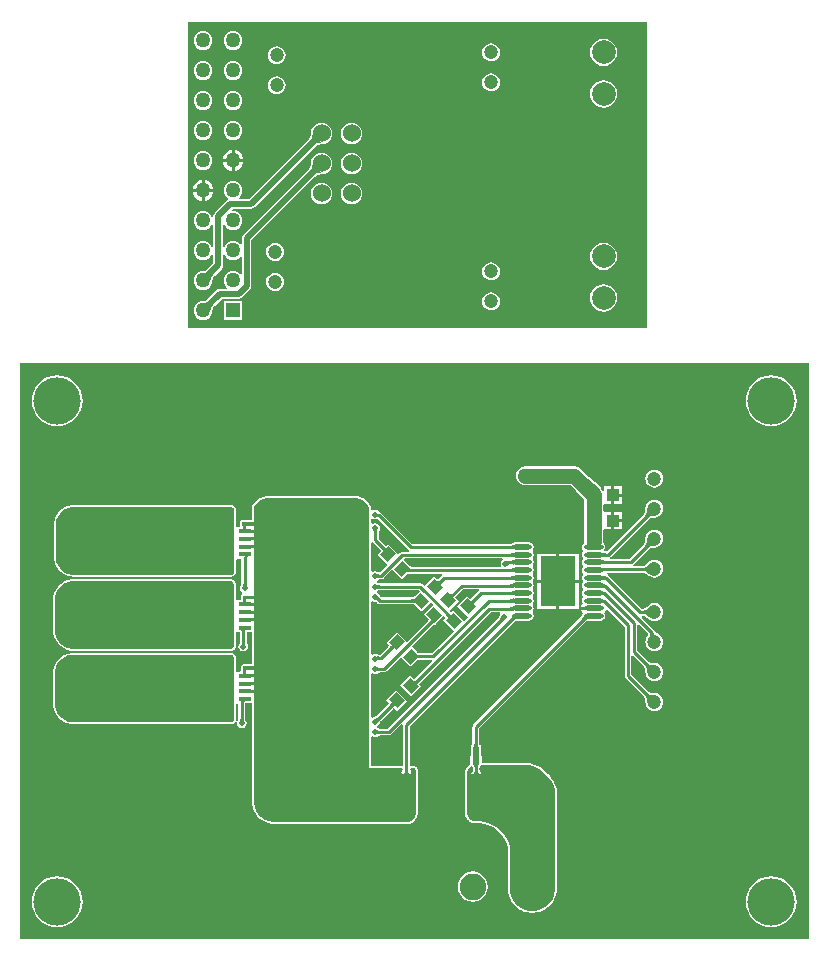
<source format=gbl>
G04*
G04 #@! TF.GenerationSoftware,Altium Limited,Altium Designer,20.0.12 (288)*
G04*
G04 Layer_Physical_Order=2*
G04 Layer_Color=16711680*
%FSLAX25Y25*%
%MOIN*%
G70*
G01*
G75*
%ADD10C,0.01000*%
%ADD20R,0.03898X0.01595*%
%ADD21R,0.06791X0.08799*%
%ADD40C,0.05000*%
%ADD41C,0.02000*%
%ADD42C,0.07874*%
%ADD43C,0.04724*%
%ADD44C,0.06000*%
%ADD45R,0.05000X0.05000*%
%ADD46C,0.05000*%
%ADD47C,0.15748*%
%ADD48O,0.09252X0.08858*%
%ADD49C,0.08858*%
%ADD50C,0.11811*%
%ADD51C,0.02000*%
%ADD52R,0.11811X0.16535*%
%ADD53O,0.06496X0.01772*%
%ADD54R,0.03937X0.03937*%
%ADD55R,0.02000X0.02000*%
%ADD56R,0.05118X0.13386*%
G04:AMPARAMS|DCode=57|XSize=39.37mil|YSize=35.43mil|CornerRadius=0mil|HoleSize=0mil|Usage=FLASHONLY|Rotation=135.000|XOffset=0mil|YOffset=0mil|HoleType=Round|Shape=Rectangle|*
%AMROTATEDRECTD57*
4,1,4,0.02645,-0.00139,0.00139,-0.02645,-0.02645,0.00139,-0.00139,0.02645,0.02645,-0.00139,0.0*
%
%ADD57ROTATEDRECTD57*%

G04:AMPARAMS|DCode=58|XSize=39.37mil|YSize=35.43mil|CornerRadius=0mil|HoleSize=0mil|Usage=FLASHONLY|Rotation=45.000|XOffset=0mil|YOffset=0mil|HoleType=Round|Shape=Rectangle|*
%AMROTATEDRECTD58*
4,1,4,-0.00139,-0.02645,-0.02645,-0.00139,0.00139,0.02645,0.02645,0.00139,-0.00139,-0.02645,0.0*
%
%ADD58ROTATEDRECTD58*%

%ADD59R,0.02020X0.05931*%
G36*
X340603Y357044D02*
X187603D01*
Y459044D01*
X340603D01*
Y357044D01*
D02*
G37*
G36*
X394500Y153500D02*
X131500D01*
Y345500D01*
X394500D01*
Y153500D01*
D02*
G37*
%LPC*%
G36*
X192603Y456171D02*
X191794Y456064D01*
X191040Y455752D01*
X190392Y455255D01*
X189895Y454608D01*
X189583Y453854D01*
X189476Y453044D01*
X189583Y452235D01*
X189895Y451481D01*
X190392Y450833D01*
X191040Y450336D01*
X191794Y450024D01*
X192603Y449918D01*
X193412Y450024D01*
X194166Y450336D01*
X194814Y450833D01*
X195311Y451481D01*
X195623Y452235D01*
X195730Y453044D01*
X195623Y453854D01*
X195311Y454608D01*
X194814Y455255D01*
X194166Y455752D01*
X193412Y456064D01*
X192603Y456171D01*
D02*
G37*
G36*
X202603Y456171D02*
X201794Y456064D01*
X201040Y455752D01*
X200392Y455255D01*
X199895Y454608D01*
X199583Y453854D01*
X199476Y453044D01*
X199583Y452235D01*
X199895Y451481D01*
X200392Y450833D01*
X201040Y450336D01*
X201794Y450024D01*
X202603Y449918D01*
X203412Y450024D01*
X204166Y450336D01*
X204814Y450833D01*
X205311Y451481D01*
X205623Y452235D01*
X205730Y453044D01*
X205623Y453854D01*
X205311Y454608D01*
X204814Y455255D01*
X204166Y455752D01*
X203412Y456064D01*
X202603Y456171D01*
D02*
G37*
G36*
X288603Y452032D02*
X287830Y451930D01*
X287109Y451632D01*
X286490Y451157D01*
X286016Y450538D01*
X285717Y449818D01*
X285615Y449044D01*
X285717Y448271D01*
X286016Y447550D01*
X286490Y446932D01*
X287109Y446457D01*
X287830Y446158D01*
X288603Y446057D01*
X289376Y446158D01*
X290097Y446457D01*
X290716Y446932D01*
X291190Y447550D01*
X291489Y448271D01*
X291591Y449044D01*
X291489Y449818D01*
X291190Y450538D01*
X290716Y451157D01*
X290097Y451632D01*
X289376Y451930D01*
X288603Y452032D01*
D02*
G37*
G36*
X217103Y451032D02*
X216330Y450930D01*
X215609Y450632D01*
X214990Y450157D01*
X214515Y449538D01*
X214217Y448817D01*
X214115Y448044D01*
X214217Y447271D01*
X214515Y446550D01*
X214990Y445931D01*
X215609Y445457D01*
X216330Y445158D01*
X217103Y445056D01*
X217876Y445158D01*
X218597Y445457D01*
X219216Y445931D01*
X219690Y446550D01*
X219989Y447271D01*
X220091Y448044D01*
X219989Y448817D01*
X219690Y449538D01*
X219216Y450157D01*
X218597Y450632D01*
X217876Y450930D01*
X217103Y451032D01*
D02*
G37*
G36*
X326103Y453620D02*
X324919Y453464D01*
X323815Y453007D01*
X322867Y452280D01*
X322140Y451332D01*
X321683Y450229D01*
X321527Y449044D01*
X321683Y447860D01*
X322140Y446756D01*
X322867Y445808D01*
X323815Y445081D01*
X324919Y444624D01*
X326103Y444468D01*
X327287Y444624D01*
X328391Y445081D01*
X329339Y445808D01*
X330066Y446756D01*
X330523Y447860D01*
X330679Y449044D01*
X330523Y450229D01*
X330066Y451332D01*
X329339Y452280D01*
X328391Y453007D01*
X327287Y453464D01*
X326103Y453620D01*
D02*
G37*
G36*
X202603Y446171D02*
X201794Y446064D01*
X201040Y445752D01*
X200392Y445255D01*
X199895Y444608D01*
X199583Y443854D01*
X199476Y443044D01*
X199583Y442235D01*
X199895Y441481D01*
X200392Y440833D01*
X201040Y440336D01*
X201794Y440024D01*
X202603Y439918D01*
X203412Y440024D01*
X204166Y440336D01*
X204814Y440833D01*
X205311Y441481D01*
X205623Y442235D01*
X205730Y443044D01*
X205623Y443854D01*
X205311Y444608D01*
X204814Y445255D01*
X204166Y445752D01*
X203412Y446064D01*
X202603Y446171D01*
D02*
G37*
G36*
X192603Y446171D02*
X191794Y446064D01*
X191040Y445752D01*
X190392Y445255D01*
X189895Y444608D01*
X189583Y443853D01*
X189476Y443044D01*
X189583Y442235D01*
X189895Y441481D01*
X190392Y440833D01*
X191040Y440336D01*
X191794Y440024D01*
X192603Y439917D01*
X193412Y440024D01*
X194166Y440336D01*
X194814Y440833D01*
X195311Y441481D01*
X195623Y442235D01*
X195730Y443044D01*
X195623Y443853D01*
X195311Y444608D01*
X194814Y445255D01*
X194166Y445752D01*
X193412Y446064D01*
X192603Y446171D01*
D02*
G37*
G36*
X288603Y442032D02*
X287830Y441930D01*
X287109Y441632D01*
X286490Y441157D01*
X286016Y440538D01*
X285717Y439817D01*
X285615Y439044D01*
X285717Y438271D01*
X286016Y437550D01*
X286490Y436932D01*
X287109Y436457D01*
X287830Y436158D01*
X288603Y436057D01*
X289376Y436158D01*
X290097Y436457D01*
X290716Y436932D01*
X291190Y437550D01*
X291489Y438271D01*
X291591Y439044D01*
X291489Y439817D01*
X291190Y440538D01*
X290716Y441157D01*
X290097Y441632D01*
X289376Y441930D01*
X288603Y442032D01*
D02*
G37*
G36*
X217103Y441032D02*
X216330Y440930D01*
X215609Y440632D01*
X214990Y440157D01*
X214515Y439538D01*
X214217Y438818D01*
X214115Y438044D01*
X214217Y437271D01*
X214515Y436550D01*
X214990Y435931D01*
X215609Y435457D01*
X216330Y435158D01*
X217103Y435056D01*
X217876Y435158D01*
X218597Y435457D01*
X219216Y435931D01*
X219690Y436550D01*
X219989Y437271D01*
X220091Y438044D01*
X219989Y438818D01*
X219690Y439538D01*
X219216Y440157D01*
X218597Y440632D01*
X217876Y440930D01*
X217103Y441032D01*
D02*
G37*
G36*
X326103Y439841D02*
X324919Y439685D01*
X323815Y439228D01*
X322867Y438500D01*
X322140Y437553D01*
X321683Y436449D01*
X321527Y435265D01*
X321683Y434080D01*
X322140Y432977D01*
X322867Y432029D01*
X323815Y431302D01*
X324919Y430844D01*
X326103Y430688D01*
X327287Y430844D01*
X328391Y431302D01*
X329339Y432029D01*
X330066Y432977D01*
X330523Y434080D01*
X330679Y435265D01*
X330523Y436449D01*
X330066Y437553D01*
X329339Y438500D01*
X328391Y439228D01*
X327287Y439685D01*
X326103Y439841D01*
D02*
G37*
G36*
X202603Y436171D02*
X201794Y436064D01*
X201040Y435752D01*
X200392Y435255D01*
X199895Y434608D01*
X199583Y433853D01*
X199476Y433044D01*
X199583Y432235D01*
X199895Y431481D01*
X200392Y430833D01*
X201040Y430336D01*
X201794Y430024D01*
X202603Y429917D01*
X203412Y430024D01*
X204166Y430336D01*
X204814Y430833D01*
X205311Y431481D01*
X205623Y432235D01*
X205730Y433044D01*
X205623Y433853D01*
X205311Y434608D01*
X204814Y435255D01*
X204166Y435752D01*
X203412Y436064D01*
X202603Y436171D01*
D02*
G37*
G36*
X192603D02*
X191794Y436064D01*
X191040Y435752D01*
X190392Y435255D01*
X189895Y434608D01*
X189583Y433853D01*
X189476Y433044D01*
X189583Y432235D01*
X189895Y431481D01*
X190392Y430833D01*
X191040Y430336D01*
X191794Y430024D01*
X192603Y429917D01*
X193412Y430024D01*
X194166Y430336D01*
X194814Y430833D01*
X195311Y431481D01*
X195623Y432235D01*
X195730Y433044D01*
X195623Y433853D01*
X195311Y434608D01*
X194814Y435255D01*
X194166Y435752D01*
X193412Y436064D01*
X192603Y436171D01*
D02*
G37*
G36*
X202603Y426171D02*
X201794Y426064D01*
X201040Y425752D01*
X200392Y425255D01*
X199895Y424608D01*
X199583Y423853D01*
X199476Y423044D01*
X199583Y422235D01*
X199895Y421481D01*
X200392Y420833D01*
X201040Y420336D01*
X201794Y420024D01*
X202603Y419917D01*
X203412Y420024D01*
X204166Y420336D01*
X204814Y420833D01*
X205311Y421481D01*
X205623Y422235D01*
X205730Y423044D01*
X205623Y423853D01*
X205311Y424608D01*
X204814Y425255D01*
X204166Y425752D01*
X203412Y426064D01*
X202603Y426171D01*
D02*
G37*
G36*
X192603D02*
X191794Y426064D01*
X191040Y425752D01*
X190392Y425255D01*
X189895Y424608D01*
X189583Y423853D01*
X189476Y423044D01*
X189583Y422235D01*
X189895Y421481D01*
X190392Y420833D01*
X191040Y420336D01*
X191794Y420024D01*
X192603Y419917D01*
X193412Y420024D01*
X194166Y420336D01*
X194814Y420833D01*
X195311Y421481D01*
X195623Y422235D01*
X195730Y423044D01*
X195623Y423853D01*
X195311Y424608D01*
X194814Y425255D01*
X194166Y425752D01*
X193412Y426064D01*
X192603Y426171D01*
D02*
G37*
G36*
X242103Y425675D02*
X241163Y425552D01*
X240287Y425189D01*
X239535Y424612D01*
X238958Y423860D01*
X238596Y422984D01*
X238472Y422044D01*
X238596Y421104D01*
X238958Y420229D01*
X239535Y419477D01*
X240287Y418900D01*
X241163Y418537D01*
X242103Y418413D01*
X243043Y418537D01*
X243918Y418900D01*
X244671Y419477D01*
X245248Y420229D01*
X245610Y421104D01*
X245734Y422044D01*
X245610Y422984D01*
X245248Y423860D01*
X244671Y424612D01*
X243918Y425189D01*
X243043Y425552D01*
X242103Y425675D01*
D02*
G37*
G36*
X203103Y416509D02*
Y413544D01*
X206067D01*
X206013Y413958D01*
X205660Y414809D01*
X205099Y415540D01*
X204368Y416101D01*
X203517Y416454D01*
X203103Y416509D01*
D02*
G37*
G36*
X202103D02*
X201689Y416454D01*
X200838Y416101D01*
X200107Y415540D01*
X199546Y414809D01*
X199193Y413958D01*
X199139Y413544D01*
X202103D01*
Y416509D01*
D02*
G37*
G36*
X192603Y416171D02*
X191794Y416064D01*
X191040Y415752D01*
X190392Y415255D01*
X189895Y414608D01*
X189583Y413854D01*
X189476Y413044D01*
X189583Y412235D01*
X189895Y411481D01*
X190392Y410833D01*
X191040Y410336D01*
X191794Y410024D01*
X192603Y409917D01*
X193412Y410024D01*
X194166Y410336D01*
X194814Y410833D01*
X195311Y411481D01*
X195623Y412235D01*
X195730Y413044D01*
X195623Y413854D01*
X195311Y414608D01*
X194814Y415255D01*
X194166Y415752D01*
X193412Y416064D01*
X192603Y416171D01*
D02*
G37*
G36*
X206067Y412544D02*
X203103D01*
Y409580D01*
X203517Y409634D01*
X204368Y409987D01*
X205099Y410548D01*
X205660Y411279D01*
X206013Y412130D01*
X206067Y412544D01*
D02*
G37*
G36*
X202103D02*
X199139D01*
X199193Y412130D01*
X199546Y411279D01*
X200107Y410548D01*
X200838Y409987D01*
X201689Y409634D01*
X202103Y409580D01*
Y412544D01*
D02*
G37*
G36*
X242103Y415675D02*
X241163Y415552D01*
X240287Y415189D01*
X239535Y414612D01*
X238958Y413860D01*
X238596Y412984D01*
X238472Y412044D01*
X238596Y411104D01*
X238958Y410229D01*
X239535Y409477D01*
X240287Y408900D01*
X241163Y408537D01*
X242103Y408413D01*
X243043Y408537D01*
X243918Y408900D01*
X244671Y409477D01*
X245248Y410229D01*
X245610Y411104D01*
X245734Y412044D01*
X245610Y412984D01*
X245248Y413860D01*
X244671Y414612D01*
X243918Y415189D01*
X243043Y415552D01*
X242103Y415675D01*
D02*
G37*
G36*
X193103Y406509D02*
Y403544D01*
X196067D01*
X196013Y403958D01*
X195660Y404809D01*
X195099Y405540D01*
X194368Y406102D01*
X193517Y406454D01*
X193103Y406509D01*
D02*
G37*
G36*
X192103Y406509D02*
X191689Y406454D01*
X190838Y406102D01*
X190107Y405540D01*
X189546Y404809D01*
X189193Y403958D01*
X189139Y403544D01*
X192103D01*
Y406509D01*
D02*
G37*
G36*
X232103Y425675D02*
X231163Y425552D01*
X230287Y425189D01*
X229535Y424612D01*
X228958Y423860D01*
X228596Y422984D01*
X228477Y422081D01*
X228454Y422029D01*
X228447Y421749D01*
X228424Y421504D01*
X228385Y421272D01*
X228330Y421053D01*
X228260Y420845D01*
X228173Y420647D01*
X228071Y420458D01*
X227953Y420278D01*
X227817Y420104D01*
X227646Y419919D01*
X227631Y419880D01*
X207927Y400176D01*
X204778D01*
X204608Y400676D01*
X204814Y400833D01*
X205311Y401481D01*
X205623Y402235D01*
X205730Y403044D01*
X205623Y403854D01*
X205311Y404608D01*
X204814Y405255D01*
X204166Y405752D01*
X203412Y406064D01*
X202603Y406171D01*
X201794Y406064D01*
X201040Y405752D01*
X200392Y405255D01*
X199895Y404608D01*
X199583Y403854D01*
X199476Y403044D01*
X199583Y402235D01*
X199895Y401481D01*
X200392Y400833D01*
X200863Y400472D01*
X200884Y399959D01*
X200849Y399874D01*
X200585Y399698D01*
X196449Y395562D01*
X196096Y395033D01*
X195972Y394408D01*
Y394319D01*
X195472Y394219D01*
X195311Y394608D01*
X194814Y395255D01*
X194166Y395752D01*
X193412Y396064D01*
X192603Y396171D01*
X191794Y396064D01*
X191040Y395752D01*
X190392Y395255D01*
X189895Y394608D01*
X189583Y393853D01*
X189476Y393044D01*
X189583Y392235D01*
X189895Y391481D01*
X190392Y390833D01*
X191040Y390336D01*
X191794Y390024D01*
X192603Y389917D01*
X193412Y390024D01*
X194166Y390336D01*
X194814Y390833D01*
X195311Y391481D01*
X195472Y391869D01*
X195972Y391770D01*
Y384319D01*
X195472Y384219D01*
X195311Y384608D01*
X194814Y385255D01*
X194166Y385752D01*
X193412Y386064D01*
X192603Y386171D01*
X191794Y386064D01*
X191040Y385752D01*
X190392Y385255D01*
X189895Y384608D01*
X189583Y383854D01*
X189476Y383044D01*
X189583Y382235D01*
X189895Y381481D01*
X190392Y380833D01*
X191040Y380336D01*
X191794Y380024D01*
X192603Y379918D01*
X193412Y380024D01*
X194166Y380336D01*
X194814Y380833D01*
X195311Y381481D01*
X195472Y381869D01*
X195972Y381770D01*
Y378720D01*
X194172Y376920D01*
X194132Y376905D01*
X193965Y376749D01*
X193815Y376624D01*
X193665Y376517D01*
X193517Y376427D01*
X193371Y376352D01*
X193226Y376293D01*
X193080Y376249D01*
X192934Y376217D01*
X192786Y376199D01*
X192606Y376193D01*
X192539Y376163D01*
X191794Y376064D01*
X191040Y375752D01*
X190392Y375255D01*
X189895Y374608D01*
X189583Y373853D01*
X189476Y373044D01*
X189583Y372235D01*
X189895Y371481D01*
X190392Y370833D01*
X191040Y370336D01*
X191794Y370024D01*
X192603Y369917D01*
X193412Y370024D01*
X194166Y370336D01*
X194814Y370833D01*
X195311Y371481D01*
X195623Y372235D01*
X195721Y372980D01*
X195752Y373047D01*
X195758Y373227D01*
X195776Y373376D01*
X195807Y373522D01*
X195852Y373667D01*
X195911Y373812D01*
X195985Y373959D01*
X196075Y374106D01*
X196183Y374256D01*
X196307Y374407D01*
X196464Y374573D01*
X196479Y374613D01*
X198757Y376891D01*
X199110Y377420D01*
X199234Y378044D01*
Y381770D01*
X199734Y381869D01*
X199895Y381481D01*
X200392Y380833D01*
X201040Y380336D01*
X201794Y380024D01*
X202603Y379918D01*
X203412Y380024D01*
X204166Y380336D01*
X204814Y380833D01*
X204972Y381039D01*
X205472Y380869D01*
Y375219D01*
X204972Y375050D01*
X204814Y375255D01*
X204166Y375752D01*
X203412Y376064D01*
X202603Y376171D01*
X201794Y376064D01*
X201040Y375752D01*
X200392Y375255D01*
X199895Y374608D01*
X199583Y373853D01*
X199476Y373044D01*
X199583Y372235D01*
X199895Y371481D01*
X200392Y370833D01*
X200598Y370676D01*
X200428Y370176D01*
X198103D01*
X197479Y370051D01*
X196949Y369698D01*
X194172Y366920D01*
X194132Y366905D01*
X193965Y366749D01*
X193815Y366624D01*
X193665Y366517D01*
X193517Y366426D01*
X193371Y366352D01*
X193226Y366293D01*
X193080Y366249D01*
X192934Y366217D01*
X192786Y366199D01*
X192606Y366193D01*
X192539Y366162D01*
X191794Y366064D01*
X191040Y365752D01*
X190392Y365255D01*
X189895Y364608D01*
X189583Y363854D01*
X189476Y363044D01*
X189583Y362235D01*
X189895Y361481D01*
X190392Y360833D01*
X191040Y360336D01*
X191794Y360024D01*
X192603Y359917D01*
X193412Y360024D01*
X194166Y360336D01*
X194814Y360833D01*
X195311Y361481D01*
X195623Y362235D01*
X195721Y362980D01*
X195752Y363047D01*
X195758Y363227D01*
X195776Y363376D01*
X195807Y363522D01*
X195852Y363667D01*
X195911Y363812D01*
X195985Y363959D01*
X196075Y364106D01*
X196183Y364256D01*
X196307Y364407D01*
X196464Y364573D01*
X196479Y364613D01*
X198779Y366913D01*
X204467D01*
X205091Y367037D01*
X205620Y367391D01*
X208257Y370027D01*
X208610Y370556D01*
X208734Y371180D01*
Y386368D01*
X213394Y391028D01*
X213394Y391028D01*
X229939Y407573D01*
X229978Y407587D01*
X230163Y407758D01*
X230336Y407894D01*
X230517Y408012D01*
X230705Y408115D01*
X230904Y408201D01*
X231112Y408271D01*
X231331Y408326D01*
X231563Y408366D01*
X231808Y408389D01*
X232088Y408395D01*
X232140Y408418D01*
X233043Y408537D01*
X233918Y408900D01*
X234670Y409477D01*
X235247Y410229D01*
X235610Y411104D01*
X235734Y412044D01*
X235610Y412984D01*
X235247Y413860D01*
X234670Y414612D01*
X233918Y415189D01*
X233043Y415552D01*
X232103Y415675D01*
X231163Y415552D01*
X230287Y415189D01*
X229535Y414612D01*
X228958Y413860D01*
X228596Y412984D01*
X228477Y412081D01*
X228454Y412029D01*
X228447Y411750D01*
X228424Y411504D01*
X228385Y411272D01*
X228330Y411053D01*
X228260Y410845D01*
X228173Y410647D01*
X228071Y410458D01*
X227953Y410278D01*
X227817Y410104D01*
X227646Y409919D01*
X227631Y409880D01*
X211087Y393336D01*
X211087Y393336D01*
X205949Y388198D01*
X205596Y387668D01*
X205472Y387044D01*
Y385219D01*
X204972Y385050D01*
X204814Y385255D01*
X204166Y385752D01*
X203412Y386064D01*
X202603Y386171D01*
X201794Y386064D01*
X201040Y385752D01*
X200392Y385255D01*
X199895Y384608D01*
X199734Y384219D01*
X199234Y384319D01*
Y391770D01*
X199734Y391869D01*
X199895Y391481D01*
X200392Y390833D01*
X201040Y390336D01*
X201794Y390024D01*
X202603Y389917D01*
X203412Y390024D01*
X204166Y390336D01*
X204814Y390833D01*
X205311Y391481D01*
X205623Y392235D01*
X205730Y393044D01*
X205623Y393853D01*
X205311Y394608D01*
X204814Y395255D01*
X204166Y395752D01*
X203412Y396064D01*
X202603Y396171D01*
X202444Y396150D01*
X202219Y396597D01*
X202469Y396913D01*
X208603D01*
X209227Y397037D01*
X209756Y397391D01*
X229939Y417573D01*
X229978Y417587D01*
X230163Y417758D01*
X230336Y417894D01*
X230517Y418013D01*
X230705Y418115D01*
X230904Y418201D01*
X231112Y418271D01*
X231331Y418327D01*
X231563Y418366D01*
X231808Y418389D01*
X232088Y418395D01*
X232140Y418418D01*
X233043Y418537D01*
X233918Y418900D01*
X234670Y419477D01*
X235247Y420229D01*
X235610Y421104D01*
X235734Y422044D01*
X235610Y422984D01*
X235247Y423860D01*
X234670Y424612D01*
X233918Y425189D01*
X233043Y425552D01*
X232103Y425675D01*
D02*
G37*
G36*
X192103Y402544D02*
X189139D01*
X189193Y402131D01*
X189546Y401279D01*
X190107Y400548D01*
X190838Y399987D01*
X191689Y399634D01*
X192103Y399580D01*
Y402544D01*
D02*
G37*
G36*
X196067D02*
X193103D01*
Y399580D01*
X193517Y399634D01*
X194368Y399987D01*
X195099Y400548D01*
X195660Y401279D01*
X196013Y402131D01*
X196067Y402544D01*
D02*
G37*
G36*
X242103Y405675D02*
X241163Y405551D01*
X240287Y405189D01*
X239535Y404612D01*
X238958Y403860D01*
X238596Y402984D01*
X238472Y402044D01*
X238596Y401104D01*
X238958Y400229D01*
X239535Y399477D01*
X240287Y398900D01*
X241163Y398537D01*
X242103Y398413D01*
X243043Y398537D01*
X243918Y398900D01*
X244671Y399477D01*
X245248Y400229D01*
X245610Y401104D01*
X245734Y402044D01*
X245610Y402984D01*
X245248Y403860D01*
X244671Y404612D01*
X243918Y405189D01*
X243043Y405551D01*
X242103Y405675D01*
D02*
G37*
G36*
X232103D02*
X231163Y405551D01*
X230287Y405189D01*
X229535Y404612D01*
X228958Y403860D01*
X228596Y402984D01*
X228472Y402044D01*
X228596Y401104D01*
X228958Y400229D01*
X229535Y399477D01*
X230287Y398900D01*
X231163Y398537D01*
X232103Y398413D01*
X233043Y398537D01*
X233918Y398900D01*
X234670Y399477D01*
X235247Y400229D01*
X235610Y401104D01*
X235734Y402044D01*
X235610Y402984D01*
X235247Y403860D01*
X234670Y404612D01*
X233918Y405189D01*
X233043Y405551D01*
X232103Y405675D01*
D02*
G37*
G36*
X216603Y385532D02*
X215830Y385430D01*
X215109Y385132D01*
X214490Y384657D01*
X214016Y384038D01*
X213717Y383317D01*
X213615Y382544D01*
X213717Y381771D01*
X214016Y381050D01*
X214490Y380432D01*
X215109Y379957D01*
X215830Y379658D01*
X216603Y379556D01*
X217376Y379658D01*
X218097Y379957D01*
X218716Y380432D01*
X219190Y381050D01*
X219489Y381771D01*
X219591Y382544D01*
X219489Y383317D01*
X219190Y384038D01*
X218716Y384657D01*
X218097Y385132D01*
X217376Y385430D01*
X216603Y385532D01*
D02*
G37*
G36*
X326103Y385620D02*
X324919Y385464D01*
X323815Y385007D01*
X322867Y384280D01*
X322140Y383332D01*
X321683Y382229D01*
X321527Y381044D01*
X321683Y379860D01*
X322140Y378756D01*
X322867Y377808D01*
X323815Y377081D01*
X324919Y376624D01*
X326103Y376468D01*
X327287Y376624D01*
X328391Y377081D01*
X329339Y377808D01*
X330066Y378756D01*
X330523Y379860D01*
X330679Y381044D01*
X330523Y382229D01*
X330066Y383332D01*
X329339Y384280D01*
X328391Y385007D01*
X327287Y385464D01*
X326103Y385620D01*
D02*
G37*
G36*
X288603Y379032D02*
X287830Y378930D01*
X287109Y378632D01*
X286490Y378157D01*
X286016Y377538D01*
X285717Y376817D01*
X285615Y376044D01*
X285717Y375271D01*
X286016Y374550D01*
X286490Y373932D01*
X287109Y373457D01*
X287830Y373158D01*
X288603Y373056D01*
X289376Y373158D01*
X290097Y373457D01*
X290716Y373932D01*
X291190Y374550D01*
X291489Y375271D01*
X291591Y376044D01*
X291489Y376817D01*
X291190Y377538D01*
X290716Y378157D01*
X290097Y378632D01*
X289376Y378930D01*
X288603Y379032D01*
D02*
G37*
G36*
X216603Y375532D02*
X215830Y375430D01*
X215109Y375132D01*
X214490Y374657D01*
X214016Y374038D01*
X213717Y373318D01*
X213615Y372544D01*
X213717Y371771D01*
X214016Y371050D01*
X214490Y370431D01*
X215109Y369957D01*
X215830Y369658D01*
X216603Y369556D01*
X217376Y369658D01*
X218097Y369957D01*
X218716Y370431D01*
X219190Y371050D01*
X219489Y371771D01*
X219591Y372544D01*
X219489Y373318D01*
X219190Y374038D01*
X218716Y374657D01*
X218097Y375132D01*
X217376Y375430D01*
X216603Y375532D01*
D02*
G37*
G36*
X288603Y369032D02*
X287830Y368930D01*
X287109Y368632D01*
X286490Y368157D01*
X286016Y367538D01*
X285717Y366817D01*
X285615Y366044D01*
X285717Y365271D01*
X286016Y364550D01*
X286490Y363931D01*
X287109Y363457D01*
X287830Y363158D01*
X288603Y363056D01*
X289376Y363158D01*
X290097Y363457D01*
X290716Y363931D01*
X291190Y364550D01*
X291489Y365271D01*
X291591Y366044D01*
X291489Y366817D01*
X291190Y367538D01*
X290716Y368157D01*
X290097Y368632D01*
X289376Y368930D01*
X288603Y369032D01*
D02*
G37*
G36*
X326103Y371841D02*
X324919Y371685D01*
X323815Y371228D01*
X322867Y370500D01*
X322140Y369553D01*
X321683Y368449D01*
X321527Y367265D01*
X321683Y366080D01*
X322140Y364977D01*
X322867Y364029D01*
X323815Y363302D01*
X324919Y362844D01*
X326103Y362688D01*
X327287Y362844D01*
X328391Y363302D01*
X329339Y364029D01*
X330066Y364977D01*
X330523Y366080D01*
X330679Y367265D01*
X330523Y368449D01*
X330066Y369553D01*
X329339Y370500D01*
X328391Y371228D01*
X327287Y371685D01*
X326103Y371841D01*
D02*
G37*
G36*
X205703Y366144D02*
X199503D01*
Y359944D01*
X205703D01*
Y366144D01*
D02*
G37*
%LPD*%
G36*
X232073Y419044D02*
X231770Y419037D01*
X231479Y419010D01*
X231198Y418963D01*
X230928Y418895D01*
X230669Y418807D01*
X230421Y418699D01*
X230184Y418571D01*
X229957Y418422D01*
X229742Y418253D01*
X229537Y418064D01*
X228123Y419479D01*
X228312Y419683D01*
X228481Y419899D01*
X228629Y420125D01*
X228758Y420362D01*
X228866Y420610D01*
X228954Y420869D01*
X229021Y421139D01*
X229069Y421420D01*
X229096Y421712D01*
X229103Y422014D01*
X232073Y419044D01*
D02*
G37*
G36*
Y409044D02*
X231770Y409037D01*
X231479Y409010D01*
X231198Y408963D01*
X230928Y408895D01*
X230669Y408807D01*
X230421Y408699D01*
X230184Y408571D01*
X229957Y408422D01*
X229742Y408253D01*
X229537Y408064D01*
X228123Y409479D01*
X228312Y409683D01*
X228481Y409899D01*
X228629Y410125D01*
X228758Y410362D01*
X228866Y410610D01*
X228954Y410869D01*
X229021Y411139D01*
X229069Y411420D01*
X229096Y411712D01*
X229103Y412014D01*
X232073Y409044D01*
D02*
G37*
G36*
X195991Y375018D02*
X195820Y374837D01*
X195668Y374652D01*
X195534Y374465D01*
X195417Y374275D01*
X195320Y374081D01*
X195240Y373885D01*
X195178Y373686D01*
X195135Y373483D01*
X195110Y373278D01*
X195103Y373069D01*
X192628Y375544D01*
X192836Y375551D01*
X193042Y375576D01*
X193244Y375620D01*
X193444Y375681D01*
X193640Y375761D01*
X193833Y375859D01*
X194024Y375975D01*
X194211Y376109D01*
X194395Y376261D01*
X194577Y376432D01*
X195991Y375018D01*
D02*
G37*
G36*
X195991Y365018D02*
X195820Y364837D01*
X195668Y364652D01*
X195534Y364465D01*
X195417Y364275D01*
X195320Y364082D01*
X195240Y363885D01*
X195178Y363686D01*
X195135Y363483D01*
X195110Y363278D01*
X195103Y363069D01*
X192628Y365544D01*
X192836Y365551D01*
X193042Y365576D01*
X193244Y365620D01*
X193444Y365681D01*
X193640Y365761D01*
X193834Y365859D01*
X194024Y365975D01*
X194211Y366109D01*
X194395Y366262D01*
X194577Y366432D01*
X195991Y365018D01*
D02*
G37*
%LPC*%
G36*
X382000Y341515D02*
X380339Y341351D01*
X378741Y340867D01*
X377269Y340080D01*
X375979Y339021D01*
X374920Y337731D01*
X374133Y336259D01*
X373649Y334661D01*
X373485Y333000D01*
X373649Y331339D01*
X374133Y329741D01*
X374920Y328269D01*
X375979Y326979D01*
X377269Y325920D01*
X378741Y325133D01*
X380339Y324649D01*
X382000Y324485D01*
X383661Y324649D01*
X385259Y325133D01*
X386731Y325920D01*
X388021Y326979D01*
X389080Y328269D01*
X389867Y329741D01*
X390351Y331339D01*
X390515Y333000D01*
X390351Y334661D01*
X389867Y336259D01*
X389080Y337731D01*
X388021Y339021D01*
X386731Y340080D01*
X385259Y340867D01*
X383661Y341351D01*
X382000Y341515D01*
D02*
G37*
G36*
X144000D02*
X142339Y341351D01*
X140742Y340867D01*
X139269Y340080D01*
X137979Y339021D01*
X136920Y337731D01*
X136133Y336259D01*
X135649Y334661D01*
X135485Y333000D01*
X135649Y331339D01*
X136133Y329741D01*
X136920Y328269D01*
X137979Y326979D01*
X139269Y325920D01*
X140742Y325133D01*
X142339Y324649D01*
X144000Y324485D01*
X145661Y324649D01*
X147258Y325133D01*
X148731Y325920D01*
X150021Y326979D01*
X151080Y328269D01*
X151867Y329741D01*
X152351Y331339D01*
X152515Y333000D01*
X152351Y334661D01*
X151867Y336259D01*
X151080Y337731D01*
X150021Y339021D01*
X148731Y340080D01*
X147258Y340867D01*
X145661Y341351D01*
X144000Y341515D01*
D02*
G37*
G36*
X343000Y309988D02*
X342227Y309886D01*
X341506Y309588D01*
X340887Y309113D01*
X340412Y308494D01*
X340114Y307773D01*
X340012Y307000D01*
X340114Y306227D01*
X340412Y305506D01*
X340887Y304887D01*
X341506Y304413D01*
X342227Y304114D01*
X343000Y304012D01*
X343773Y304114D01*
X344494Y304413D01*
X345113Y304887D01*
X345587Y305506D01*
X345886Y306227D01*
X345988Y307000D01*
X345886Y307773D01*
X345587Y308494D01*
X345113Y309113D01*
X344494Y309588D01*
X343773Y309886D01*
X343000Y309988D01*
D02*
G37*
G36*
X332118Y304468D02*
X329650D01*
Y302000D01*
X332118D01*
Y304468D01*
D02*
G37*
G36*
X213557Y301150D02*
X213495Y301124D01*
X213430Y301137D01*
X212561Y300964D01*
X212505Y300927D01*
X212439D01*
X211620Y300588D01*
X211573Y300541D01*
X211508Y300528D01*
X210770Y300035D01*
X210733Y299980D01*
X210672Y299955D01*
X210045Y299328D01*
X210020Y299266D01*
X209964Y299229D01*
X209472Y298492D01*
X209459Y298427D01*
X209412Y298380D01*
X209073Y297561D01*
X209073Y297494D01*
X209036Y297439D01*
X208872Y296617D01*
X208884Y296557D01*
X208860Y296502D01*
X208851Y296012D01*
X208853Y296006D01*
X208851Y296000D01*
Y293149D01*
X205500Y293149D01*
X205041Y292959D01*
X204851Y292500D01*
Y291297D01*
X204583Y290897D01*
X203951Y290897D01*
X203649Y291272D01*
Y296699D01*
X203600Y296818D01*
Y296947D01*
X203448Y297315D01*
X203356Y297406D01*
X203307Y297526D01*
X203026Y297807D01*
X202906Y297856D01*
X202815Y297948D01*
X202448Y298100D01*
X202318D01*
X202199Y298149D01*
X148909D01*
X148848Y298124D01*
X148782Y298137D01*
X147623Y297906D01*
X147568Y297869D01*
X147501D01*
X146409Y297417D01*
X146362Y297370D01*
X146297Y297357D01*
X145314Y296701D01*
X145277Y296645D01*
X145216Y296620D01*
X144380Y295784D01*
X144355Y295723D01*
X144299Y295686D01*
X143643Y294703D01*
X143630Y294638D01*
X143583Y294591D01*
X143131Y293499D01*
Y293432D01*
X143094Y293377D01*
X142863Y292218D01*
X142876Y292152D01*
X142851Y292091D01*
Y291500D01*
Y280409D01*
X142876Y280348D01*
X142863Y280282D01*
X143094Y279123D01*
X143131Y279068D01*
Y279001D01*
X143583Y277909D01*
X143630Y277862D01*
X143643Y277797D01*
X144299Y276814D01*
X144355Y276777D01*
X144380Y276716D01*
X145216Y275880D01*
X145277Y275855D01*
X145314Y275799D01*
X146297Y275143D01*
X146362Y275130D01*
X146409Y275083D01*
X147501Y274631D01*
X147568D01*
X147623Y274594D01*
X148782Y274363D01*
X148848Y274376D01*
X148909Y274351D01*
X202199D01*
X202318Y274400D01*
X202447D01*
X202815Y274552D01*
X202906Y274644D01*
X203026Y274693D01*
X203307Y274974D01*
X203356Y275094D01*
X203448Y275185D01*
X203600Y275553D01*
Y275682D01*
X203649Y275801D01*
Y279932D01*
X203951Y280308D01*
X204150Y280308D01*
X205379D01*
Y272051D01*
X205351Y271991D01*
X205344Y271805D01*
X205338Y271752D01*
X205330Y271704D01*
X205322Y271668D01*
X205316Y271647D01*
X205314Y271645D01*
X205312Y271638D01*
X205301Y271622D01*
X205299Y271613D01*
X205297Y271609D01*
X205296Y271598D01*
X205293Y271584D01*
X205286Y271563D01*
X204993Y271124D01*
X204869Y270500D01*
X204993Y269876D01*
X205346Y269346D01*
X205740Y269083D01*
X205750Y268607D01*
X205727Y268536D01*
X205541Y268459D01*
X205351Y268000D01*
Y266496D01*
X204027D01*
X203951Y266496D01*
X203527Y266679D01*
Y271978D01*
X203478Y272097D01*
Y272226D01*
X203325Y272594D01*
X203234Y272685D01*
X203185Y272805D01*
X202903Y273086D01*
X202784Y273135D01*
X202693Y273227D01*
X202325Y273379D01*
X202196D01*
X202077Y273428D01*
X148787D01*
X148725Y273403D01*
X148660Y273416D01*
X147501Y273185D01*
X147445Y273148D01*
X147379D01*
X146287Y272696D01*
X146240Y272649D01*
X146175Y272636D01*
X145192Y271979D01*
X145155Y271924D01*
X145094Y271899D01*
X144258Y271063D01*
X144232Y271002D01*
X144177Y270965D01*
X143520Y269982D01*
X143508Y269917D01*
X143461Y269869D01*
X143008Y268778D01*
Y268711D01*
X142971Y268656D01*
X142741Y267497D01*
X142754Y267431D01*
X142728Y267370D01*
Y266779D01*
Y255688D01*
X142754Y255627D01*
X142741Y255561D01*
X142971Y254402D01*
X143008Y254347D01*
Y254280D01*
X143461Y253188D01*
X143508Y253141D01*
X143520Y253076D01*
X144177Y252093D01*
X144232Y252056D01*
X144258Y251995D01*
X145094Y251159D01*
X145155Y251134D01*
X145192Y251079D01*
X146175Y250422D01*
X146240Y250409D01*
X146287Y250362D01*
X147379Y249909D01*
X147445D01*
X147501Y249873D01*
X148660Y249642D01*
X148725Y249655D01*
X148787Y249629D01*
X202077D01*
X202196Y249679D01*
X202325D01*
X202693Y249831D01*
X202784Y249922D01*
X202903Y249972D01*
X203185Y250253D01*
X203234Y250373D01*
X203325Y250464D01*
X203478Y250832D01*
Y250961D01*
X203527Y251080D01*
Y255723D01*
X203951Y255906D01*
X204027Y255906D01*
X204817D01*
X204819Y255897D01*
X204835Y255801D01*
X204846Y255673D01*
X204851Y255501D01*
X204878Y255439D01*
Y252551D01*
X204851Y252491D01*
X204844Y252305D01*
X204838Y252252D01*
X204830Y252203D01*
X204822Y252168D01*
X204816Y252147D01*
X204814Y252145D01*
X204812Y252138D01*
X204801Y252122D01*
X204799Y252113D01*
X204797Y252109D01*
X204796Y252098D01*
X204793Y252084D01*
X204786Y252063D01*
X204493Y251624D01*
X204369Y251000D01*
X204493Y250376D01*
X204847Y249847D01*
X205376Y249493D01*
X206000Y249369D01*
X206624Y249493D01*
X207154Y249847D01*
X207507Y250376D01*
X207631Y251000D01*
X207507Y251624D01*
X207214Y252063D01*
X207207Y252084D01*
X207204Y252098D01*
X207203Y252109D01*
X207201Y252113D01*
X207199Y252122D01*
X207188Y252138D01*
X207186Y252145D01*
X207184Y252147D01*
X207178Y252168D01*
X207170Y252203D01*
X207163Y252244D01*
X207151Y252391D01*
X207149Y252478D01*
X207121Y252542D01*
Y255439D01*
X207149Y255501D01*
X207154Y255673D01*
X207165Y255801D01*
X207181Y255897D01*
X207183Y255906D01*
X208851D01*
X208851Y245149D01*
X205884Y245149D01*
X205425Y244959D01*
X205425Y244959D01*
X205235Y244500D01*
Y243080D01*
X204859Y242681D01*
X204027D01*
X203951Y242681D01*
X203527Y242864D01*
Y247478D01*
X203478Y247597D01*
Y247726D01*
X203325Y248094D01*
X203234Y248185D01*
X203185Y248305D01*
X202903Y248586D01*
X202784Y248635D01*
X202693Y248727D01*
X202325Y248879D01*
X202196D01*
X202077Y248928D01*
X148787D01*
X148725Y248903D01*
X148660Y248916D01*
X147501Y248685D01*
X147445Y248648D01*
X147379D01*
X146287Y248196D01*
X146240Y248149D01*
X146175Y248136D01*
X145192Y247479D01*
X145155Y247424D01*
X145094Y247399D01*
X144258Y246563D01*
X144232Y246501D01*
X144177Y246464D01*
X143520Y245482D01*
X143508Y245417D01*
X143461Y245370D01*
X143008Y244278D01*
Y244211D01*
X142971Y244156D01*
X142741Y242997D01*
X142754Y242931D01*
X142728Y242870D01*
Y242279D01*
Y231188D01*
X142754Y231126D01*
X142741Y231061D01*
X142971Y229902D01*
X143008Y229847D01*
Y229780D01*
X143461Y228688D01*
X143508Y228641D01*
X143520Y228576D01*
X144177Y227593D01*
X144232Y227556D01*
X144258Y227495D01*
X145094Y226659D01*
X145155Y226634D01*
X145192Y226578D01*
X146175Y225922D01*
X146240Y225909D01*
X146287Y225862D01*
X147379Y225410D01*
X147445D01*
X147501Y225373D01*
X148660Y225142D01*
X148725Y225155D01*
X148787Y225130D01*
X202077D01*
X202196Y225179D01*
X202325D01*
X202693Y225331D01*
X202784Y225423D01*
X202903Y225472D01*
X203185Y225753D01*
X203234Y225873D01*
X203325Y225964D01*
X203478Y226331D01*
Y226461D01*
X203527Y226580D01*
Y231756D01*
X203980Y232020D01*
X204084Y231981D01*
X204378Y231736D01*
Y227051D01*
X204351Y226991D01*
X204344Y226805D01*
X204338Y226752D01*
X204330Y226704D01*
X204322Y226668D01*
X204316Y226647D01*
X204314Y226645D01*
X204312Y226638D01*
X204301Y226622D01*
X204299Y226613D01*
X204297Y226609D01*
X204296Y226597D01*
X204293Y226584D01*
X204286Y226563D01*
X203993Y226124D01*
X203869Y225500D01*
X203993Y224876D01*
X204346Y224346D01*
X204876Y223993D01*
X205500Y223869D01*
X206124Y223993D01*
X206653Y224346D01*
X207007Y224876D01*
X207131Y225500D01*
X207007Y226124D01*
X206714Y226563D01*
X206707Y226584D01*
X206704Y226597D01*
X206703Y226609D01*
X206701Y226613D01*
X206699Y226622D01*
X206688Y226638D01*
X206686Y226645D01*
X206684Y226647D01*
X206678Y226668D01*
X206670Y226704D01*
X206663Y226744D01*
X206651Y226891D01*
X206649Y226978D01*
X206622Y227042D01*
Y232091D01*
X208851D01*
Y199500D01*
X208851Y198811D01*
X208876Y198749D01*
X208863Y198684D01*
X209132Y197332D01*
X209169Y197276D01*
Y197210D01*
X209697Y195936D01*
X209744Y195889D01*
X209757Y195823D01*
X210523Y194677D01*
X210578Y194640D01*
X210603Y194579D01*
X211578Y193603D01*
X211640Y193578D01*
X211677Y193523D01*
X212823Y192757D01*
X212889Y192744D01*
X212936Y192697D01*
X214210Y192169D01*
X214276D01*
X214332Y192132D01*
X215684Y191863D01*
X215749Y191876D01*
X215811Y191850D01*
X216500Y191851D01*
X241000D01*
X241689Y191850D01*
X241689Y191851D01*
X260500D01*
X260795Y191850D01*
X260857Y191876D01*
X260922Y191863D01*
X261502Y191978D01*
X261557Y192015D01*
X261624D01*
X262170Y192241D01*
X262217Y192288D01*
X262282Y192301D01*
X262773Y192630D01*
X262810Y192685D01*
X262872Y192710D01*
X263289Y193128D01*
X263315Y193190D01*
X263370Y193227D01*
X263699Y193718D01*
X263712Y193783D01*
X263759Y193830D01*
X263985Y194376D01*
Y194443D01*
X264022Y194498D01*
X264137Y195078D01*
X264124Y195143D01*
X264149Y195204D01*
X264149Y195500D01*
X264149Y195500D01*
Y209631D01*
X264132Y209672D01*
X264144Y209716D01*
X264110Y209976D01*
X264087Y210015D01*
X264093Y210059D01*
X264025Y210312D01*
X263998Y210348D01*
Y210393D01*
X263898Y210635D01*
X263866Y210667D01*
X263860Y210711D01*
X263794Y210825D01*
X263725Y210878D01*
X263691Y210959D01*
X263535Y211024D01*
X263400Y211127D01*
X263313Y211116D01*
X263232Y211149D01*
X261955D01*
X261736Y211265D01*
X261507Y211517D01*
Y224386D01*
X296240Y259118D01*
X296301Y259141D01*
X296667Y259480D01*
X296804Y259590D01*
X296923Y259672D01*
X296951Y259688D01*
X297285D01*
X297320Y259677D01*
X297340Y259688D01*
X301351D01*
X301931Y259804D01*
X302423Y260132D01*
X302751Y260623D01*
X302866Y261203D01*
X302751Y261783D01*
X302423Y262274D01*
Y262691D01*
X302751Y263182D01*
X302866Y263762D01*
X302751Y264342D01*
X302508Y264706D01*
X302455Y265042D01*
X302508Y265378D01*
X302751Y265741D01*
X302866Y266321D01*
X302751Y266901D01*
X302423Y267392D01*
Y267809D01*
X302751Y268301D01*
X302866Y268880D01*
X302751Y269460D01*
X302508Y269824D01*
X302455Y270160D01*
X302508Y270496D01*
X302751Y270860D01*
X302866Y271439D01*
X302751Y272019D01*
X302423Y272511D01*
Y272927D01*
X302751Y273419D01*
X302866Y273998D01*
X302751Y274578D01*
X302508Y274942D01*
X302455Y275278D01*
X302508Y275614D01*
X302751Y275978D01*
X302866Y276557D01*
X302751Y277137D01*
X302423Y277629D01*
Y278045D01*
X302751Y278537D01*
X302866Y279117D01*
X302751Y279696D01*
X302508Y280060D01*
X302455Y280396D01*
X302508Y280732D01*
X302751Y281096D01*
X302866Y281676D01*
X302751Y282255D01*
X302423Y282747D01*
Y283163D01*
X302751Y283655D01*
X302866Y284235D01*
X302751Y284814D01*
X302423Y285306D01*
X301931Y285634D01*
X301351Y285750D01*
X296627D01*
X296328Y285690D01*
X296286Y285707D01*
X296168Y285658D01*
X296047Y285634D01*
X296036Y285627D01*
X295951Y285614D01*
X295674Y285447D01*
X295563Y285392D01*
X295448Y285341D01*
X295335Y285300D01*
X295224Y285266D01*
X295116Y285241D01*
X295010Y285223D01*
X294905Y285212D01*
X294779Y285208D01*
X294718Y285181D01*
X262405D01*
X251984Y295602D01*
X251621Y295845D01*
X251320Y295905D01*
X251153Y296153D01*
X250624Y296507D01*
X250000Y296631D01*
X249376Y296507D01*
X249149Y296356D01*
X248936Y296393D01*
X248807Y296439D01*
X248637Y296570D01*
X248464Y297439D01*
X248427Y297495D01*
Y297561D01*
X248088Y298380D01*
X248041Y298427D01*
X248028Y298492D01*
X247535Y299229D01*
X247480Y299266D01*
X247455Y299328D01*
X246828Y299955D01*
X246766Y299980D01*
X246729Y300035D01*
X245992Y300528D01*
X245927Y300541D01*
X245880Y300588D01*
X245061Y300927D01*
X244994Y300927D01*
X244939Y300964D01*
X244097Y301131D01*
X244036Y301119D01*
X243978Y301144D01*
X243542Y301149D01*
X243538Y301147D01*
X243534Y301149D01*
X243500Y301149D01*
X243499Y301149D01*
X214000Y301149D01*
X213557Y301150D01*
D02*
G37*
G36*
X332118Y301000D02*
X329650D01*
Y298532D01*
X332118D01*
Y301000D01*
D02*
G37*
G36*
X329650Y295969D02*
Y293500D01*
X332118D01*
Y295969D01*
X329650D01*
D02*
G37*
G36*
X332118Y292500D02*
X329650D01*
Y290032D01*
X332118D01*
Y292500D01*
D02*
G37*
G36*
X316350Y311127D02*
X316350Y311127D01*
X300000D01*
X299191Y311020D01*
X298437Y310708D01*
X297789Y310211D01*
X297292Y309563D01*
X296980Y308809D01*
X296873Y308000D01*
X296980Y307191D01*
X297292Y306437D01*
X297789Y305789D01*
X298437Y305292D01*
X299191Y304980D01*
X300000Y304873D01*
X315055D01*
X316870Y303058D01*
X316891Y303005D01*
X319530Y300273D01*
X319724Y300048D01*
Y293000D01*
X319724Y293000D01*
X319724Y293000D01*
Y286904D01*
X319695Y286415D01*
X319692Y286063D01*
X319709Y285938D01*
X319758Y285562D01*
X319375Y285306D01*
X319046Y284814D01*
X318931Y284235D01*
X319046Y283655D01*
X319375Y283163D01*
Y282747D01*
X319046Y282255D01*
X318931Y281676D01*
X319046Y281096D01*
X319289Y280732D01*
X319342Y280396D01*
X319289Y280060D01*
X319046Y279696D01*
X318931Y279117D01*
X319046Y278537D01*
X319375Y278045D01*
Y277629D01*
X319046Y277137D01*
X318931Y276557D01*
X319046Y275978D01*
X319289Y275614D01*
X319342Y275278D01*
X319289Y274942D01*
X319046Y274578D01*
X318931Y273998D01*
X319046Y273419D01*
X319375Y272927D01*
Y272511D01*
X319046Y272019D01*
X318931Y271439D01*
X319046Y270860D01*
X319289Y270496D01*
X319342Y270160D01*
X319289Y269824D01*
X319046Y269460D01*
X318931Y268880D01*
X319046Y268301D01*
X319375Y267809D01*
Y267392D01*
X319046Y266901D01*
X318931Y266321D01*
X319046Y265741D01*
X319345Y265295D01*
X319086Y265122D01*
X318670Y264498D01*
X318623Y264262D01*
X322808D01*
Y263262D01*
X318623D01*
X318670Y263026D01*
X319048Y262459D01*
X319140Y261979D01*
X319098Y261861D01*
X319046Y261783D01*
X319043Y261768D01*
X318992Y261697D01*
X318969Y261605D01*
X318946Y261534D01*
X318915Y261458D01*
X318875Y261377D01*
X318826Y261291D01*
X318766Y261200D01*
X318700Y261110D01*
X318518Y260896D01*
X318412Y260785D01*
X318387Y260721D01*
X282707Y225041D01*
X282464Y224677D01*
X282378Y224248D01*
X282379Y224248D01*
Y218504D01*
X282351Y218442D01*
X282346Y218271D01*
X282335Y218145D01*
X282320Y218050D01*
X282317Y218037D01*
X281900D01*
Y217616D01*
X281826Y217437D01*
Y214500D01*
X281500D01*
Y211553D01*
X281227Y211370D01*
X281190Y211315D01*
X281128Y211289D01*
X280711Y210872D01*
X280685Y210810D01*
X280630Y210773D01*
X280301Y210282D01*
X280289Y210217D01*
X280241Y210170D01*
X280015Y209624D01*
Y209557D01*
X279978Y209502D01*
X279863Y208922D01*
X279876Y208857D01*
X279851Y208795D01*
X279851Y195500D01*
X279871Y195452D01*
X279858Y195401D01*
X279907Y195081D01*
X279942Y195024D01*
X279939Y194958D01*
X280055Y194639D01*
Y194307D01*
X280199D01*
X280205Y194300D01*
X280216Y194234D01*
X280552Y193681D01*
X280605Y193641D01*
X280628Y193579D01*
X281065Y193101D01*
X281126Y193073D01*
X281160Y193016D01*
X281683Y192633D01*
X281747Y192617D01*
X281792Y192568D01*
X282379Y192295D01*
X282446Y192292D01*
X282499Y192252D01*
X283128Y192098D01*
X283194Y192108D01*
X283254Y192080D01*
X283729Y192060D01*
X283770Y192075D01*
X283812Y192061D01*
X284267Y192100D01*
X284900Y192079D01*
X286220Y191905D01*
X287496Y191563D01*
X288717Y191058D01*
X289861Y190397D01*
X290909Y189593D01*
X291843Y188659D01*
X292647Y187611D01*
X293308Y186467D01*
X293813Y185246D01*
X294155Y183970D01*
X294329Y182650D01*
X294351Y181989D01*
X294351Y170000D01*
Y169311D01*
X294376Y169249D01*
X294363Y169184D01*
X294632Y167832D01*
X294669Y167776D01*
Y167710D01*
X295197Y166436D01*
X295244Y166389D01*
X295257Y166323D01*
X296023Y165177D01*
X296078Y165140D01*
X296104Y165078D01*
X297078Y164103D01*
X297140Y164078D01*
X297177Y164023D01*
X298323Y163257D01*
X298389Y163244D01*
X298436Y163197D01*
X299710Y162669D01*
X299776D01*
X299832Y162632D01*
X301184Y162363D01*
X301249Y162376D01*
X301311Y162351D01*
X303239D01*
X303300Y162376D01*
X303365Y162363D01*
X304814Y162651D01*
X304870Y162688D01*
X304936D01*
X306301Y163254D01*
X306348Y163301D01*
X306413Y163314D01*
X307642Y164134D01*
X307679Y164190D01*
X307740Y164215D01*
X308785Y165260D01*
X308810Y165321D01*
X308866Y165358D01*
X309686Y166587D01*
X309699Y166652D01*
X309746Y166699D01*
X310312Y168064D01*
Y168130D01*
X310349Y168186D01*
X310637Y169635D01*
X310624Y169700D01*
X310649Y169761D01*
Y170500D01*
X310649Y199462D01*
X310727Y200130D01*
X310715Y200173D01*
X310731Y200214D01*
X310710Y201633D01*
X310692Y201674D01*
X310703Y201718D01*
X310496Y203121D01*
X310473Y203160D01*
X310479Y203204D01*
X310091Y204569D01*
X310063Y204604D01*
X310062Y204649D01*
X309500Y205951D01*
X309467Y205982D01*
X309461Y206027D01*
X308733Y207245D01*
X308697Y207271D01*
X308685Y207314D01*
X307804Y208427D01*
X307765Y208449D01*
X307747Y208490D01*
X306729Y209478D01*
X306687Y209494D01*
X306664Y209533D01*
X305526Y210379D01*
X305482Y210390D01*
X305454Y210425D01*
X304215Y211116D01*
X304171Y211121D01*
X304138Y211152D01*
X302820Y211675D01*
X302775Y211675D01*
X302739Y211701D01*
X301363Y212048D01*
X301319Y212041D01*
X301280Y212063D01*
X300575Y212145D01*
X300537Y212134D01*
X300500Y212149D01*
X285500Y212149D01*
Y214500D01*
X285145D01*
Y217437D01*
X285100Y217545D01*
Y218037D01*
X284683D01*
X284680Y218050D01*
X284665Y218145D01*
X284654Y218271D01*
X284649Y218442D01*
X284622Y218504D01*
Y223783D01*
X319979Y259141D01*
X320044Y259167D01*
X320232Y259348D01*
X320393Y259491D01*
X320534Y259603D01*
X320650Y259683D01*
X320658Y259688D01*
X320977D01*
X321013Y259676D01*
X321039Y259688D01*
X325170D01*
X325750Y259804D01*
X326242Y260132D01*
X326570Y260623D01*
X326685Y261203D01*
X326570Y261783D01*
X326271Y262230D01*
X326530Y262403D01*
X326947Y263026D01*
X326969Y263140D01*
X327448Y263285D01*
X333094Y257639D01*
Y241284D01*
X333094Y241284D01*
X333179Y240855D01*
X333422Y240491D01*
X339505Y234409D01*
X339525Y234351D01*
X339621Y234242D01*
X339688Y234146D01*
X339751Y234028D01*
X339810Y233887D01*
X339863Y233721D01*
X339909Y233531D01*
X339943Y233325D01*
X339985Y232807D01*
X339988Y232517D01*
X340020Y232444D01*
X340114Y231727D01*
X340412Y231006D01*
X340887Y230387D01*
X341506Y229912D01*
X342227Y229614D01*
X343000Y229512D01*
X343773Y229614D01*
X344494Y229912D01*
X345113Y230387D01*
X345587Y231006D01*
X345886Y231727D01*
X345988Y232500D01*
X345886Y233273D01*
X345587Y233994D01*
X345113Y234613D01*
X344494Y235087D01*
X343773Y235386D01*
X343070Y235479D01*
X342998Y235511D01*
X342415Y235530D01*
X342184Y235555D01*
X341969Y235591D01*
X341779Y235637D01*
X341613Y235690D01*
X341472Y235749D01*
X341354Y235812D01*
X341258Y235879D01*
X341148Y235975D01*
X341091Y235995D01*
X335337Y241749D01*
Y247870D01*
X335837Y248077D01*
X339505Y244409D01*
X339525Y244352D01*
X339621Y244242D01*
X339688Y244146D01*
X339751Y244028D01*
X339810Y243887D01*
X339863Y243721D01*
X339909Y243531D01*
X339943Y243325D01*
X339985Y242807D01*
X339988Y242517D01*
X340020Y242444D01*
X340114Y241727D01*
X340412Y241006D01*
X340887Y240387D01*
X341506Y239913D01*
X342227Y239614D01*
X343000Y239512D01*
X343773Y239614D01*
X344494Y239913D01*
X345113Y240387D01*
X345587Y241006D01*
X345886Y241727D01*
X345988Y242500D01*
X345886Y243273D01*
X345587Y243994D01*
X345113Y244613D01*
X344494Y245088D01*
X343773Y245386D01*
X343070Y245479D01*
X342998Y245511D01*
X342415Y245530D01*
X342184Y245555D01*
X341969Y245591D01*
X341779Y245637D01*
X341613Y245690D01*
X341472Y245749D01*
X341354Y245812D01*
X341258Y245879D01*
X341148Y245975D01*
X341091Y245995D01*
X337337Y249749D01*
Y258345D01*
X337837Y258553D01*
X341113Y255277D01*
X341104Y255208D01*
X341080Y255080D01*
X341050Y254968D01*
X341017Y254872D01*
X340981Y254791D01*
X340944Y254725D01*
X340905Y254671D01*
X340841Y254599D01*
X340814Y254520D01*
X340750Y254467D01*
X340747Y254430D01*
X340412Y253994D01*
X340114Y253273D01*
X340012Y252500D01*
X340114Y251727D01*
X340412Y251006D01*
X340887Y250387D01*
X341506Y249913D01*
X342227Y249614D01*
X343000Y249512D01*
X343773Y249614D01*
X344494Y249913D01*
X345113Y250387D01*
X345587Y251006D01*
X345886Y251727D01*
X345988Y252500D01*
X345886Y253273D01*
X345587Y253994D01*
X345113Y254613D01*
X344494Y255087D01*
X343773Y255386D01*
X343717Y255393D01*
X343709Y255403D01*
X343627Y255410D01*
X343561Y255458D01*
X343486Y255476D01*
X343468Y255483D01*
X343468Y255483D01*
X343460Y255502D01*
X343450Y255542D01*
X343441Y255604D01*
X343436Y255716D01*
X343379Y255840D01*
X343323Y256118D01*
X343080Y256482D01*
X343080Y256482D01*
X338891Y260670D01*
X339015Y261241D01*
X339233Y261352D01*
X339379Y261343D01*
X339494Y261321D01*
X339622Y261283D01*
X339764Y261225D01*
X339919Y261145D01*
X340085Y261043D01*
X340255Y260922D01*
X340651Y260585D01*
X340859Y260382D01*
X340932Y260353D01*
X341506Y259912D01*
X342227Y259614D01*
X343000Y259512D01*
X343773Y259614D01*
X344494Y259912D01*
X345113Y260387D01*
X345587Y261006D01*
X345886Y261727D01*
X345988Y262500D01*
X345886Y263273D01*
X345587Y263994D01*
X345113Y264613D01*
X344494Y265088D01*
X343773Y265386D01*
X343000Y265488D01*
X342227Y265386D01*
X341506Y265088D01*
X340943Y264655D01*
X340869Y264628D01*
X340443Y264229D01*
X340262Y264083D01*
X340085Y263957D01*
X339919Y263855D01*
X339764Y263775D01*
X339622Y263717D01*
X339494Y263679D01*
X339379Y263657D01*
X339233Y263648D01*
X339179Y263622D01*
X338769D01*
X327597Y274793D01*
X327462Y274883D01*
X327368Y275447D01*
X327476Y275585D01*
X339263D01*
X339318Y275558D01*
X339456Y275550D01*
X339573Y275530D01*
X339710Y275492D01*
X339865Y275435D01*
X340039Y275358D01*
X340228Y275259D01*
X340427Y275141D01*
X340888Y274825D01*
X341136Y274635D01*
X341260Y274601D01*
X341506Y274412D01*
X342227Y274114D01*
X343000Y274012D01*
X343773Y274114D01*
X344494Y274412D01*
X345113Y274887D01*
X345587Y275506D01*
X345886Y276227D01*
X345988Y277000D01*
X345886Y277773D01*
X345587Y278494D01*
X345113Y279113D01*
X344494Y279588D01*
X343773Y279886D01*
X343000Y279988D01*
X342227Y279886D01*
X341506Y279588D01*
X340887Y279113D01*
X340722Y278897D01*
X340614Y278838D01*
X340439Y278620D01*
X340278Y278440D01*
X340122Y278288D01*
X339972Y278161D01*
X339829Y278059D01*
X339695Y277981D01*
X339569Y277924D01*
X339451Y277886D01*
X339338Y277864D01*
X339188Y277855D01*
X339168Y277845D01*
X339147Y277851D01*
X339107Y277828D01*
X336068D01*
X335914Y278314D01*
X335914Y278328D01*
X341091Y283505D01*
X341148Y283525D01*
X341258Y283621D01*
X341354Y283688D01*
X341472Y283751D01*
X341613Y283810D01*
X341779Y283863D01*
X341969Y283909D01*
X342175Y283943D01*
X342693Y283985D01*
X342983Y283988D01*
X343056Y284020D01*
X343773Y284114D01*
X344494Y284413D01*
X345113Y284887D01*
X345587Y285506D01*
X345886Y286227D01*
X345988Y287000D01*
X345886Y287773D01*
X345587Y288494D01*
X345113Y289113D01*
X344494Y289587D01*
X343773Y289886D01*
X343000Y289988D01*
X342227Y289886D01*
X341506Y289587D01*
X340887Y289113D01*
X340412Y288494D01*
X340114Y287773D01*
X340021Y287070D01*
X339989Y286998D01*
X339970Y286415D01*
X339945Y286184D01*
X339909Y285969D01*
X339863Y285779D01*
X339810Y285613D01*
X339751Y285472D01*
X339688Y285354D01*
X339621Y285258D01*
X339525Y285148D01*
X339505Y285091D01*
X334653Y280240D01*
X328406D01*
X328254Y280740D01*
X328470Y280884D01*
X341091Y293505D01*
X341148Y293525D01*
X341258Y293621D01*
X341354Y293688D01*
X341472Y293751D01*
X341613Y293810D01*
X341779Y293863D01*
X341969Y293909D01*
X342175Y293943D01*
X342693Y293985D01*
X342983Y293988D01*
X343056Y294020D01*
X343773Y294114D01*
X344494Y294412D01*
X345113Y294887D01*
X345587Y295506D01*
X345886Y296227D01*
X345988Y297000D01*
X345886Y297773D01*
X345587Y298494D01*
X345113Y299113D01*
X344494Y299587D01*
X343773Y299886D01*
X343000Y299988D01*
X342227Y299886D01*
X341506Y299587D01*
X340887Y299113D01*
X340412Y298494D01*
X340114Y297773D01*
X340021Y297070D01*
X339989Y296998D01*
X339970Y296415D01*
X339945Y296184D01*
X339909Y295969D01*
X339863Y295779D01*
X339810Y295613D01*
X339751Y295472D01*
X339688Y295354D01*
X339621Y295258D01*
X339525Y295148D01*
X339505Y295091D01*
X327213Y282799D01*
X326962D01*
X326898Y282826D01*
X326743Y282829D01*
X326591Y282841D01*
X326398Y283175D01*
X326376Y283289D01*
X326381Y283372D01*
X326570Y283655D01*
X326685Y284235D01*
X326570Y284814D01*
X326242Y285306D01*
X326213Y285325D01*
X325900Y285716D01*
X325946Y286063D01*
X325939Y286112D01*
X325944Y286158D01*
X325948Y286200D01*
X325948Y286201D01*
X325990Y286623D01*
X325988Y286640D01*
X325977Y287136D01*
Y289616D01*
X326181Y290032D01*
X326477Y290032D01*
X328650D01*
Y293000D01*
Y295969D01*
X326477D01*
X326181Y295969D01*
X325977Y296384D01*
Y298116D01*
X326181Y298532D01*
X326477Y298532D01*
X328650D01*
Y301500D01*
Y304468D01*
X326181D01*
Y302866D01*
X325681Y302767D01*
X325558Y303063D01*
X325419Y303245D01*
Y303366D01*
X325456Y303456D01*
X325450Y303473D01*
X325455Y303489D01*
X325419Y303566D01*
Y304068D01*
X325098D01*
X321329Y307474D01*
X321281Y307491D01*
X318561Y310211D01*
X317914Y310708D01*
X317160Y311020D01*
X316755Y311073D01*
X316350Y311127D01*
D02*
G37*
G36*
X317804Y281987D02*
X311399D01*
Y273219D01*
X317804D01*
Y281987D01*
D02*
G37*
G36*
X310399D02*
X303993D01*
Y273219D01*
X310399D01*
Y281987D01*
D02*
G37*
G36*
X317804Y272219D02*
X311399D01*
Y263451D01*
X317804D01*
Y272219D01*
D02*
G37*
G36*
X310399D02*
X303993D01*
Y263451D01*
X310399D01*
Y272219D01*
D02*
G37*
G36*
X282500Y176073D02*
X281187Y175900D01*
X279964Y175393D01*
X278913Y174587D01*
X278107Y173536D01*
X277600Y172313D01*
X277428Y171000D01*
X277600Y169687D01*
X278107Y168464D01*
X278913Y167413D01*
X279964Y166607D01*
X281187Y166100D01*
X282500Y165928D01*
X283813Y166100D01*
X285036Y166607D01*
X286087Y167413D01*
X286893Y168464D01*
X287400Y169687D01*
X287573Y171000D01*
X287400Y172313D01*
X286893Y173536D01*
X286087Y174587D01*
X285036Y175393D01*
X283813Y175900D01*
X282500Y176073D01*
D02*
G37*
G36*
X382000Y174515D02*
X380339Y174351D01*
X378741Y173867D01*
X377269Y173080D01*
X375979Y172021D01*
X374920Y170731D01*
X374133Y169258D01*
X373649Y167661D01*
X373485Y166000D01*
X373649Y164339D01*
X374133Y162741D01*
X374920Y161269D01*
X375979Y159979D01*
X377269Y158920D01*
X378741Y158133D01*
X380339Y157649D01*
X382000Y157485D01*
X383661Y157649D01*
X385259Y158133D01*
X386731Y158920D01*
X388021Y159979D01*
X389080Y161269D01*
X389867Y162741D01*
X390351Y164339D01*
X390515Y166000D01*
X390351Y167661D01*
X389867Y169258D01*
X389080Y170731D01*
X388021Y172021D01*
X386731Y173080D01*
X385259Y173867D01*
X383661Y174351D01*
X382000Y174515D01*
D02*
G37*
G36*
X144000D02*
X142339Y174351D01*
X140742Y173867D01*
X139269Y173080D01*
X137979Y172021D01*
X136920Y170731D01*
X136133Y169258D01*
X135649Y167661D01*
X135485Y166000D01*
X135649Y164339D01*
X136133Y162741D01*
X136920Y161269D01*
X137979Y159979D01*
X139269Y158920D01*
X140742Y158133D01*
X142339Y157649D01*
X144000Y157485D01*
X145661Y157649D01*
X147258Y158133D01*
X148731Y158920D01*
X150021Y159979D01*
X151080Y161269D01*
X151867Y162741D01*
X152351Y164339D01*
X152515Y166000D01*
X152351Y167661D01*
X151867Y169258D01*
X151080Y170731D01*
X150021Y172021D01*
X148731Y173080D01*
X147258Y173867D01*
X145661Y174351D01*
X144000Y174515D01*
D02*
G37*
%LPD*%
G36*
X250662Y289743D02*
X250628Y289693D01*
X250598Y289636D01*
X250572Y289571D01*
X250550Y289500D01*
X250532Y289421D01*
X250518Y289335D01*
X250508Y289242D01*
X250500Y289034D01*
X249500D01*
X249498Y289142D01*
X249482Y289335D01*
X249468Y289421D01*
X249450Y289500D01*
X249428Y289571D01*
X249402Y289636D01*
X249372Y289693D01*
X249338Y289743D01*
X249300Y289786D01*
X250700D01*
X250662Y289743D01*
D02*
G37*
G36*
X296286Y283412D02*
X296231Y283440D01*
X296155Y283465D01*
X296057Y283487D01*
X295938Y283506D01*
X295635Y283536D01*
X295019Y283558D01*
X294771Y283559D01*
X294801Y284559D01*
X294949Y284564D01*
X295097Y284579D01*
X295245Y284604D01*
X295393Y284639D01*
X295542Y284684D01*
X295690Y284739D01*
X295839Y284803D01*
X295988Y284878D01*
X296286Y285058D01*
Y283412D01*
D02*
G37*
G36*
X249376Y293493D02*
X250000Y293369D01*
X250624Y293493D01*
X250802Y293612D01*
X261148Y283266D01*
X261148Y283266D01*
X261364Y283121D01*
X261212Y282622D01*
X259000D01*
X259000Y282622D01*
X258571Y282536D01*
X258207Y282293D01*
X258096Y282182D01*
X258089Y282181D01*
X257725Y281938D01*
X257374Y282259D01*
X254407Y285226D01*
X253690Y284509D01*
X253449Y284681D01*
X253367Y284758D01*
X253308Y284781D01*
X253298Y284788D01*
X251121Y286965D01*
Y288949D01*
X251149Y289009D01*
X251156Y289195D01*
X251162Y289248D01*
X251170Y289297D01*
X251178Y289332D01*
X251184Y289353D01*
X251186Y289355D01*
X251188Y289362D01*
X251199Y289378D01*
X251201Y289387D01*
X251203Y289391D01*
X251204Y289403D01*
X251207Y289416D01*
X251214Y289437D01*
X251507Y289876D01*
X251631Y290500D01*
X251507Y291124D01*
X251153Y291653D01*
X250624Y292007D01*
X250000Y292131D01*
X249376Y292007D01*
X249149Y291856D01*
X248649Y292123D01*
Y293377D01*
X249149Y293644D01*
X249376Y293493D01*
D02*
G37*
G36*
X253059Y284155D02*
X253191Y284044D01*
X253316Y283954D01*
X253434Y283886D01*
X253545Y283839D01*
X253648Y283814D01*
X253744Y283810D01*
X253833Y283827D01*
X253914Y283865D01*
X253989Y283926D01*
X252574Y282511D01*
X252635Y282586D01*
X252673Y282667D01*
X252690Y282756D01*
X252686Y282852D01*
X252661Y282955D01*
X252614Y283066D01*
X252546Y283184D01*
X252456Y283309D01*
X252345Y283441D01*
X252213Y283580D01*
X252920Y284288D01*
X253059Y284155D01*
D02*
G37*
G36*
X296286Y280853D02*
X296231Y280880D01*
X296155Y280906D01*
X296057Y280928D01*
X295938Y280947D01*
X295635Y280976D01*
X295019Y280998D01*
X294771Y281000D01*
X294801Y282000D01*
X294949Y282005D01*
X295097Y282020D01*
X295245Y282045D01*
X295393Y282080D01*
X295542Y282125D01*
X295690Y282179D01*
X295839Y282244D01*
X295988Y282319D01*
X296286Y282499D01*
Y280853D01*
D02*
G37*
G36*
Y278293D02*
X296185Y278355D01*
X296076Y278410D01*
X295959Y278458D01*
X295834Y278500D01*
X295700Y278536D01*
X295559Y278565D01*
X295409Y278588D01*
X295085Y278613D01*
X294954Y278616D01*
X294881Y278614D01*
X294782Y278607D01*
X294694Y278594D01*
X294616Y278577D01*
X294548Y278555D01*
X294491Y278528D01*
X294443Y278496D01*
X294406Y278459D01*
X294379Y278417D01*
X294363Y278370D01*
X293688Y279553D01*
X294845Y279616D01*
X294910Y279163D01*
Y279616D01*
X295085Y279620D01*
X295409Y279646D01*
X295559Y279668D01*
X295700Y279697D01*
X295834Y279733D01*
X295959Y279775D01*
X296076Y279823D01*
X296185Y279878D01*
X296286Y279940D01*
Y278293D01*
D02*
G37*
G36*
X292425Y279878D02*
X292236Y279752D01*
X291882Y279223D01*
X291758Y278598D01*
X291876Y278003D01*
X291877Y277916D01*
X291621Y277503D01*
X262451D01*
X262389Y277531D01*
X262111Y277539D01*
X262087Y277598D01*
X262051Y277613D01*
X262032Y277647D01*
X261966Y277666D01*
X261792Y277840D01*
X261731Y277932D01*
X261639Y277994D01*
X259754Y279878D01*
X259961Y280379D01*
X292273D01*
X292425Y279878D01*
D02*
G37*
G36*
X249207Y285707D02*
X251712Y283202D01*
X251719Y283192D01*
X251742Y283133D01*
X251819Y283051D01*
X251991Y282810D01*
X250774Y281593D01*
X254077Y278290D01*
X251596Y275809D01*
X251406D01*
X251343Y275836D01*
X251148Y275841D01*
X251087Y275846D01*
X250963Y275862D01*
X250935Y275867D01*
X250913Y275873D01*
X250913Y275873D01*
X250906Y275877D01*
X250901Y275878D01*
X250884Y275886D01*
X250838Y275888D01*
X250793Y275894D01*
X250624Y276007D01*
X250000Y276131D01*
X249376Y276007D01*
X249149Y275856D01*
X248649Y276123D01*
Y285641D01*
X249149Y285793D01*
X249207Y285707D01*
D02*
G37*
G36*
X296286Y275734D02*
X296231Y275762D01*
X296155Y275787D01*
X296057Y275810D01*
X295938Y275829D01*
X295635Y275858D01*
X295019Y275880D01*
X294771Y275882D01*
X294801Y276882D01*
X294949Y276887D01*
X295096Y276902D01*
X295245Y276927D01*
X295393Y276962D01*
X295542Y277007D01*
X295690Y277061D01*
X295839Y277126D01*
X295988Y277201D01*
X296286Y277381D01*
Y275734D01*
D02*
G37*
G36*
X261589Y277090D02*
X261575Y277047D01*
X261586Y277008D01*
X261623Y276975D01*
X261685Y276946D01*
X261772Y276923D01*
X261884Y276905D01*
X262021Y276892D01*
X262370Y276882D01*
X261370Y275882D01*
X261175Y275877D01*
X260990Y275862D01*
X260815Y275837D01*
X260650Y275802D01*
X260495Y275757D01*
X260350Y275702D01*
X260215Y275637D01*
X260090Y275562D01*
X259975Y275477D01*
X259870Y275382D01*
X261628Y277139D01*
X261589Y277090D01*
D02*
G37*
G36*
X202567Y297348D02*
X202848Y297066D01*
X203000Y296699D01*
Y296500D01*
Y276000D01*
Y275801D01*
X202848Y275433D01*
X202567Y275152D01*
X202199Y275000D01*
X148909D01*
X147750Y275231D01*
X146658Y275683D01*
X145675Y276340D01*
X144840Y277175D01*
X144183Y278158D01*
X143731Y279250D01*
X143500Y280409D01*
Y281000D01*
Y291500D01*
Y292091D01*
X143731Y293250D01*
X144183Y294342D01*
X144840Y295325D01*
X145675Y296161D01*
X146658Y296817D01*
X147750Y297269D01*
X148909Y297500D01*
X202199D01*
X202567Y297348D01*
D02*
G37*
G36*
X250613Y275296D02*
X250663Y275273D01*
X250720Y275253D01*
X250784Y275235D01*
X250856Y275220D01*
X251022Y275199D01*
X251116Y275192D01*
X251327Y275187D01*
X251550Y274187D01*
X251442Y274184D01*
X251251Y274165D01*
X251168Y274148D01*
X251092Y274127D01*
X251024Y274100D01*
X250964Y274069D01*
X250912Y274033D01*
X250869Y273992D01*
X250832Y273946D01*
X250571Y275321D01*
X250613Y275296D01*
D02*
G37*
G36*
X258861Y273507D02*
X260226Y274872D01*
X260306Y274900D01*
X260387Y274974D01*
X260451Y275021D01*
X260524Y275065D01*
X260607Y275105D01*
X260701Y275140D01*
X260809Y275172D01*
X260929Y275197D01*
X261063Y275216D01*
X261210Y275228D01*
X261387Y275233D01*
X261449Y275260D01*
X272140D01*
X272292Y274760D01*
X272076Y274616D01*
X272076Y274616D01*
X271104Y273644D01*
X271040Y273620D01*
X270917Y273502D01*
X270820Y273422D01*
X270743Y273366D01*
X270728Y273358D01*
X269727Y274359D01*
X266424Y271056D01*
X265687Y271793D01*
X265323Y272036D01*
X264894Y272122D01*
X264894Y272122D01*
X251551D01*
X251491Y272149D01*
X251305Y272156D01*
X251252Y272162D01*
X251203Y272170D01*
X251168Y272178D01*
X251147Y272184D01*
X251145Y272186D01*
X251138Y272188D01*
X251122Y272199D01*
X251113Y272201D01*
X251109Y272203D01*
X251097Y272204D01*
X251084Y272207D01*
X251063Y272214D01*
X250652Y272489D01*
X250624Y272702D01*
Y272798D01*
X250652Y273011D01*
X251153Y273346D01*
X251251Y273492D01*
X251266Y273494D01*
X251273Y273497D01*
X251284Y273500D01*
X251298Y273510D01*
X251300Y273511D01*
X251322Y273517D01*
X251348Y273522D01*
X251482Y273536D01*
X251564Y273538D01*
X251625Y273565D01*
X251691Y273553D01*
X251709Y273565D01*
X252060D01*
X252060Y273565D01*
X252489Y273651D01*
X252853Y273894D01*
X255663Y276704D01*
X258861Y273507D01*
D02*
G37*
G36*
X296286Y273175D02*
X296231Y273203D01*
X296155Y273228D01*
X296057Y273251D01*
X295938Y273270D01*
X295635Y273299D01*
X295019Y273321D01*
X294771Y273323D01*
X294801Y274323D01*
X294949Y274328D01*
X295097Y274343D01*
X295245Y274368D01*
X295393Y274403D01*
X295542Y274447D01*
X295690Y274502D01*
X295839Y274567D01*
X295988Y274642D01*
X296286Y274821D01*
Y273175D01*
D02*
G37*
G36*
X272194Y272441D02*
X272063Y272303D01*
X271954Y272173D01*
X271865Y272049D01*
X271798Y271932D01*
X271752Y271823D01*
X271727Y271720D01*
X271724Y271624D01*
X271742Y271536D01*
X271780Y271455D01*
X271841Y271381D01*
X270426Y272795D01*
X270501Y272735D01*
X270582Y272696D01*
X270670Y272678D01*
X270766Y272682D01*
X270868Y272706D01*
X270978Y272752D01*
X271094Y272819D01*
X271218Y272908D01*
X271349Y273018D01*
X271487Y273148D01*
X272194Y272441D01*
D02*
G37*
G36*
X207002Y271858D02*
X207018Y271665D01*
X207032Y271579D01*
X207050Y271500D01*
X207072Y271428D01*
X207098Y271364D01*
X207128Y271307D01*
X207162Y271257D01*
X207200Y271214D01*
X205800D01*
X205838Y271257D01*
X205872Y271307D01*
X205902Y271364D01*
X205928Y271428D01*
X205950Y271500D01*
X205968Y271579D01*
X205982Y271665D01*
X205992Y271758D01*
X206000Y271966D01*
X207000D01*
X207002Y271858D01*
D02*
G37*
G36*
X296286Y270616D02*
X296231Y270644D01*
X296155Y270669D01*
X296057Y270691D01*
X295938Y270711D01*
X295635Y270740D01*
X295019Y270762D01*
X294771Y270764D01*
X294801Y271764D01*
X294949Y271769D01*
X295097Y271784D01*
X295245Y271809D01*
X295393Y271844D01*
X295542Y271888D01*
X295690Y271943D01*
X295839Y272008D01*
X295988Y272083D01*
X296286Y272263D01*
Y270616D01*
D02*
G37*
G36*
X250757Y271662D02*
X250807Y271628D01*
X250864Y271598D01*
X250928Y271572D01*
X251000Y271550D01*
X251079Y271532D01*
X251165Y271518D01*
X251258Y271508D01*
X251466Y271500D01*
Y270500D01*
X251358Y270498D01*
X251165Y270482D01*
X251079Y270468D01*
X251000Y270450D01*
X250928Y270428D01*
X250864Y270402D01*
X250807Y270372D01*
X250757Y270338D01*
X250714Y270300D01*
Y271700D01*
X250757Y271662D01*
D02*
G37*
G36*
X276421Y268214D02*
X276290Y268076D01*
X276181Y267945D01*
X276092Y267822D01*
X276025Y267705D01*
X275979Y267595D01*
X275955Y267493D01*
X275951Y267397D01*
X275969Y267309D01*
X276008Y267228D01*
X276068Y267154D01*
X274654Y268568D01*
X274728Y268508D01*
X274809Y268469D01*
X274897Y268451D01*
X274993Y268455D01*
X275095Y268479D01*
X275205Y268525D01*
X275322Y268592D01*
X275445Y268681D01*
X275576Y268790D01*
X275714Y268921D01*
X276421Y268214D01*
D02*
G37*
G36*
X296286Y268057D02*
X296231Y268085D01*
X296155Y268110D01*
X296057Y268132D01*
X295938Y268152D01*
X295635Y268181D01*
X295019Y268203D01*
X294771Y268205D01*
X294801Y269205D01*
X294949Y269210D01*
X295097Y269225D01*
X295245Y269250D01*
X295393Y269285D01*
X295542Y269329D01*
X295690Y269384D01*
X295839Y269449D01*
X295988Y269524D01*
X296286Y269703D01*
Y268057D01*
D02*
G37*
G36*
X264838Y269470D02*
X263166Y267798D01*
X263134Y267791D01*
X263106Y267744D01*
X263055Y267724D01*
X263030Y267662D01*
X262862Y267495D01*
X262831Y267486D01*
X262693Y267462D01*
X262261Y267427D01*
X261995Y267422D01*
X261931Y267394D01*
X251962D01*
X251919Y267438D01*
X251895Y267501D01*
X251760Y267643D01*
X251719Y267689D01*
X251643Y267788D01*
X251626Y267813D01*
X251615Y267833D01*
X251615Y267833D01*
X251613Y267841D01*
X251610Y267845D01*
X251603Y267862D01*
X251572Y267896D01*
X251546Y267931D01*
X251507Y268124D01*
X251153Y268653D01*
X250652Y268989D01*
X250624Y269202D01*
Y269298D01*
X250652Y269511D01*
X251063Y269786D01*
X251084Y269793D01*
X251097Y269796D01*
X251109Y269797D01*
X251113Y269799D01*
X251122Y269801D01*
X251138Y269812D01*
X251145Y269814D01*
X251147Y269816D01*
X251168Y269822D01*
X251203Y269830D01*
X251244Y269837D01*
X251391Y269849D01*
X251478Y269851D01*
X251542Y269879D01*
X264430D01*
X264838Y269470D01*
D02*
G37*
G36*
X284628Y269642D02*
X284412Y269498D01*
X284412Y269498D01*
X282081Y267167D01*
X282017Y267142D01*
X281894Y267025D01*
X281798Y266945D01*
X281720Y266889D01*
X281706Y266881D01*
X280727Y267860D01*
X277373Y264506D01*
X280953Y260926D01*
X279574Y259547D01*
X275994Y263127D01*
X275418Y262551D01*
X275123Y262595D01*
X274931Y262680D01*
X274802Y263170D01*
X277859Y266227D01*
X276631Y267456D01*
X276639Y267470D01*
X276695Y267547D01*
X276775Y267644D01*
X276892Y267767D01*
X276917Y267831D01*
X279228Y270142D01*
X284476D01*
X284628Y269642D01*
D02*
G37*
G36*
X283171Y265964D02*
X283040Y265826D01*
X282931Y265695D01*
X282842Y265572D01*
X282775Y265455D01*
X282729Y265345D01*
X282704Y265243D01*
X282701Y265147D01*
X282719Y265059D01*
X282758Y264978D01*
X282818Y264903D01*
X281403Y266318D01*
X281478Y266258D01*
X281559Y266219D01*
X281647Y266201D01*
X281743Y266205D01*
X281845Y266229D01*
X281955Y266275D01*
X282072Y266342D01*
X282195Y266431D01*
X282326Y266540D01*
X282464Y266671D01*
X283171Y265964D01*
D02*
G37*
G36*
X250995Y267634D02*
X251015Y267583D01*
X251041Y267529D01*
X251074Y267471D01*
X251115Y267410D01*
X251217Y267278D01*
X251279Y267206D01*
X251424Y267054D01*
X250879Y266185D01*
X250801Y266259D01*
X250652Y266381D01*
X250581Y266428D01*
X250512Y266466D01*
X250446Y266495D01*
X250381Y266515D01*
X250319Y266526D01*
X250259Y266528D01*
X250201Y266520D01*
X250983Y267682D01*
X250995Y267634D01*
D02*
G37*
G36*
X296286Y265498D02*
X296185Y265560D01*
X296076Y265615D01*
X295958Y265664D01*
X295832Y265706D01*
X295699Y265742D01*
X295557Y265771D01*
X295407Y265794D01*
X295083Y265820D01*
X294909Y265823D01*
X294911Y266823D01*
X295086Y266826D01*
X295410Y266852D01*
X295560Y266874D01*
X295702Y266903D01*
X295835Y266939D01*
X295960Y266980D01*
X296077Y267029D01*
X296186Y267083D01*
X296286Y267144D01*
Y265498D01*
D02*
G37*
G36*
X263514Y265281D02*
X263499Y265375D01*
X263454Y265458D01*
X263379Y265532D01*
X263273Y265596D01*
X263137Y265650D01*
X262971Y265694D01*
X262775Y265729D01*
X262549Y265753D01*
X262006Y265773D01*
Y266773D01*
X262293Y266778D01*
X262775Y266817D01*
X262971Y266851D01*
X263137Y266896D01*
X263273Y266950D01*
X263379Y267014D01*
X263454Y267088D01*
X263499Y267171D01*
X263514Y267264D01*
Y265281D01*
D02*
G37*
G36*
X296286Y262939D02*
X296231Y262967D01*
X296155Y262992D01*
X296057Y263014D01*
X295938Y263034D01*
X295635Y263063D01*
X295019Y263085D01*
X294771Y263087D01*
X294801Y264087D01*
X294949Y264092D01*
X295097Y264107D01*
X295245Y264131D01*
X295393Y264166D01*
X295542Y264211D01*
X295690Y264266D01*
X295839Y264331D01*
X295988Y264406D01*
X296286Y264585D01*
Y262939D01*
D02*
G37*
G36*
X274600Y262009D02*
X274732Y261898D01*
X274857Y261808D01*
X274975Y261740D01*
X275085Y261693D01*
X275188Y261667D01*
X275285Y261663D01*
X275373Y261681D01*
X275455Y261719D01*
X275529Y261779D01*
X274115Y260365D01*
X274175Y260439D01*
X274214Y260521D01*
X274231Y260610D01*
X274227Y260706D01*
X274201Y260809D01*
X274154Y260920D01*
X274086Y261037D01*
X273996Y261162D01*
X273885Y261295D01*
X273753Y261434D01*
X274460Y262141D01*
X274600Y262009D01*
D02*
G37*
G36*
X297262Y260324D02*
X297180Y260374D01*
X297085Y260397D01*
X296977Y260394D01*
X296856Y260363D01*
X296722Y260306D01*
X296575Y260222D01*
X296416Y260111D01*
X296243Y259973D01*
X295860Y259617D01*
X295078Y260250D01*
X295191Y260368D01*
X295389Y260612D01*
X295475Y260737D01*
X295552Y260866D01*
X295620Y260996D01*
X295679Y261129D01*
X295730Y261265D01*
X295771Y261403D01*
X295804Y261544D01*
X297262Y260324D01*
D02*
G37*
G36*
X292990Y260000D02*
X292933Y259997D01*
X292874Y259985D01*
X292812Y259966D01*
X292748Y259939D01*
X292682Y259904D01*
X292613Y259861D01*
X292543Y259810D01*
X292470Y259751D01*
X292317Y259610D01*
X291610Y260317D01*
X291685Y260394D01*
X291810Y260543D01*
X291861Y260613D01*
X291904Y260682D01*
X291939Y260748D01*
X291966Y260812D01*
X291985Y260874D01*
X291997Y260933D01*
X292000Y260990D01*
X292990Y260000D01*
D02*
G37*
G36*
X269773Y259006D02*
X269711Y259053D01*
X269641Y259081D01*
X269563Y259089D01*
X269476Y259077D01*
X269380Y259045D01*
X269277Y258993D01*
X269165Y258921D01*
X269044Y258829D01*
X268916Y258718D01*
X268778Y258586D01*
X268071Y259293D01*
X268203Y259433D01*
X268314Y259564D01*
X268404Y259689D01*
X268472Y259807D01*
X268518Y259917D01*
X268544Y260021D01*
X268548Y260117D01*
X268531Y260206D01*
X268493Y260288D01*
X268433Y260363D01*
X269773Y259006D01*
D02*
G37*
G36*
X273214Y260963D02*
X273299Y260771D01*
X273343Y260476D01*
X272640Y259773D01*
X276220Y256193D01*
X268922Y248895D01*
X265078D01*
X265018Y248922D01*
X264502Y248941D01*
X264322Y248961D01*
X264177Y248987D01*
X264134Y248999D01*
X263991Y249142D01*
X263953Y249232D01*
X263904Y249253D01*
X263876Y249298D01*
X263821Y249311D01*
X262102Y251031D01*
X269154Y258083D01*
X269172Y258096D01*
X269228Y258117D01*
X269294Y258181D01*
X269552Y258361D01*
X269773Y258140D01*
X270140Y258508D01*
X270229Y258544D01*
X270247Y258587D01*
X270287Y258610D01*
X270304Y258672D01*
X272724Y261092D01*
X273214Y260963D01*
D02*
G37*
G36*
X206905Y256520D02*
X206820Y256489D01*
X206745Y256439D01*
X206680Y256368D01*
X206625Y256277D01*
X206580Y256166D01*
X206545Y256034D01*
X206520Y255882D01*
X206505Y255710D01*
X206500Y255518D01*
X205500D01*
X205495Y255710D01*
X205480Y255882D01*
X205455Y256034D01*
X205420Y256166D01*
X205375Y256277D01*
X205320Y256368D01*
X205255Y256439D01*
X205180Y256489D01*
X205095Y256520D01*
X205000Y256530D01*
X207000D01*
X206905Y256520D01*
D02*
G37*
G36*
X249376Y265993D02*
X250000Y265869D01*
X250177Y265904D01*
X250189Y265895D01*
X250198Y265892D01*
X250206Y265886D01*
X250224Y265883D01*
X250225Y265882D01*
X250244Y265872D01*
X250267Y265857D01*
X250371Y265772D01*
X250430Y265716D01*
X250494Y265691D01*
X250533Y265635D01*
X250553Y265632D01*
X250705Y265480D01*
X250705Y265480D01*
X251068Y265237D01*
X251498Y265151D01*
X251498Y265151D01*
X261922D01*
X261982Y265124D01*
X262502Y265105D01*
X262684Y265085D01*
X262831Y265059D01*
X262862Y265051D01*
X263030Y264884D01*
X263055Y264822D01*
X263106Y264801D01*
X263134Y264755D01*
X263166Y264747D01*
X265273Y262641D01*
X268470Y265838D01*
X269338Y264970D01*
X266141Y261773D01*
X267850Y260064D01*
X267678Y259823D01*
X267600Y259740D01*
X267578Y259682D01*
X267571Y259672D01*
X260516Y252617D01*
X257273Y255859D01*
X253641Y252227D01*
X254468Y251399D01*
X254296Y251158D01*
X254219Y251077D01*
X254196Y251018D01*
X254189Y251008D01*
X251494Y248313D01*
X251401D01*
X251339Y248341D01*
X251143Y248345D01*
X251082Y248350D01*
X250958Y248366D01*
X250929Y248372D01*
X250907Y248377D01*
X250906Y248378D01*
X250900Y248381D01*
X250895Y248382D01*
X250877Y248390D01*
X250831Y248392D01*
X250788Y248398D01*
X250624Y248507D01*
X250000Y248631D01*
X249376Y248507D01*
X249149Y248356D01*
X248649Y248623D01*
Y265877D01*
X249149Y266144D01*
X249376Y265993D01*
D02*
G37*
G36*
X206502Y252358D02*
X206518Y252165D01*
X206532Y252079D01*
X206550Y252000D01*
X206572Y251928D01*
X206598Y251864D01*
X206628Y251807D01*
X206662Y251757D01*
X206700Y251714D01*
X205300D01*
X205338Y251757D01*
X205372Y251807D01*
X205402Y251864D01*
X205428Y251928D01*
X205450Y252000D01*
X205468Y252079D01*
X205482Y252165D01*
X205492Y252258D01*
X205500Y252466D01*
X206500D01*
X206502Y252358D01*
D02*
G37*
G36*
X256466Y250284D02*
X256392Y250344D01*
X256310Y250383D01*
X256221Y250400D01*
X256125Y250396D01*
X256022Y250371D01*
X255911Y250324D01*
X255793Y250255D01*
X255668Y250166D01*
X255536Y250055D01*
X255397Y249922D01*
X254690Y250629D01*
X254822Y250769D01*
X254933Y250901D01*
X255023Y251026D01*
X255091Y251144D01*
X255138Y251254D01*
X255163Y251358D01*
X255168Y251454D01*
X255150Y251542D01*
X255112Y251624D01*
X255052Y251698D01*
X256466Y250284D01*
D02*
G37*
G36*
X202444Y272627D02*
X202725Y272345D01*
X202878Y271978D01*
Y271779D01*
Y251279D01*
Y251080D01*
X202725Y250712D01*
X202444Y250431D01*
X202077Y250279D01*
X148787D01*
X147627Y250510D01*
X146536Y250962D01*
X145553Y251618D01*
X144717Y252454D01*
X144061Y253437D01*
X143608Y254529D01*
X143378Y255688D01*
Y256279D01*
Y266779D01*
Y267370D01*
X143608Y268529D01*
X144061Y269621D01*
X144717Y270604D01*
X145553Y271440D01*
X146536Y272096D01*
X147627Y272548D01*
X148787Y272779D01*
X202077D01*
X202444Y272627D01*
D02*
G37*
G36*
X263509Y248678D02*
X263554Y248593D01*
X263629Y248518D01*
X263734Y248453D01*
X263869Y248398D01*
X264034Y248353D01*
X264229Y248318D01*
X264454Y248293D01*
X264994Y248273D01*
Y247273D01*
X264709Y247268D01*
X264229Y247228D01*
X264034Y247193D01*
X263869Y247148D01*
X263734Y247093D01*
X263629Y247028D01*
X263554Y246953D01*
X263509Y246868D01*
X263494Y246773D01*
Y248773D01*
X263509Y248678D01*
D02*
G37*
G36*
X250609Y247798D02*
X250659Y247776D01*
X250716Y247756D01*
X250780Y247739D01*
X250852Y247724D01*
X251018Y247703D01*
X251112Y247697D01*
X251323Y247691D01*
X251551Y246691D01*
X251444Y246689D01*
X251253Y246670D01*
X251169Y246653D01*
X251094Y246631D01*
X251026Y246604D01*
X250966Y246573D01*
X250915Y246537D01*
X250871Y246496D01*
X250835Y246450D01*
X250567Y247824D01*
X250609Y247798D01*
D02*
G37*
G36*
X250757Y244162D02*
X250807Y244128D01*
X250864Y244098D01*
X250928Y244072D01*
X251000Y244050D01*
X251079Y244032D01*
X251165Y244018D01*
X251258Y244008D01*
X251466Y244000D01*
Y243000D01*
X251358Y242998D01*
X251165Y242982D01*
X251079Y242968D01*
X251000Y242950D01*
X250928Y242928D01*
X250864Y242902D01*
X250807Y242872D01*
X250757Y242838D01*
X250714Y242800D01*
Y244200D01*
X250757Y244162D01*
D02*
G37*
G36*
X291721Y261965D02*
X291493Y261624D01*
X291390Y261107D01*
X291380Y261087D01*
X291373Y261076D01*
X291365Y261067D01*
X291364Y261062D01*
X291359Y261054D01*
X291355Y261035D01*
X291352Y261029D01*
X291352Y261027D01*
X291341Y261007D01*
X291322Y260976D01*
X291298Y260943D01*
X291202Y260830D01*
X291142Y260768D01*
X291117Y260703D01*
X254035Y223622D01*
X251551D01*
X251491Y223649D01*
X251305Y223656D01*
X251252Y223662D01*
X251203Y223670D01*
X251168Y223678D01*
X251147Y223684D01*
X251145Y223686D01*
X251138Y223688D01*
X251122Y223699D01*
X251113Y223701D01*
X251109Y223703D01*
X251097Y223704D01*
X251084Y223707D01*
X251063Y223714D01*
X250652Y223989D01*
X250624Y224202D01*
Y224298D01*
X250652Y224511D01*
X251153Y224847D01*
X251507Y225376D01*
X251610Y225893D01*
X251620Y225913D01*
X251627Y225924D01*
X251635Y225933D01*
X251636Y225938D01*
X251641Y225946D01*
X251645Y225965D01*
X251648Y225971D01*
X251648Y225973D01*
X251659Y225993D01*
X251678Y226024D01*
X251702Y226057D01*
X251798Y226170D01*
X251858Y226233D01*
X251883Y226297D01*
X255914Y230328D01*
X255924Y230335D01*
X255983Y230358D01*
X256065Y230435D01*
X256306Y230607D01*
X257273Y229641D01*
X260627Y232995D01*
X256995Y236627D01*
X253641Y233273D01*
X254607Y232306D01*
X254435Y232065D01*
X254358Y231983D01*
X254335Y231924D01*
X254328Y231914D01*
X250303Y227889D01*
X250242Y227867D01*
X250106Y227741D01*
X250064Y227707D01*
X250024Y227678D01*
X249993Y227659D01*
X249973Y227648D01*
X249971Y227648D01*
X249965Y227645D01*
X249946Y227641D01*
X249938Y227636D01*
X249933Y227635D01*
X249924Y227627D01*
X249913Y227620D01*
X249893Y227610D01*
X249376Y227507D01*
X249149Y227356D01*
X248649Y227623D01*
Y241877D01*
X249149Y242144D01*
X249376Y241993D01*
X250000Y241869D01*
X250624Y241993D01*
X251063Y242286D01*
X251084Y242293D01*
X251097Y242296D01*
X251109Y242297D01*
X251113Y242299D01*
X251122Y242301D01*
X251138Y242312D01*
X251145Y242314D01*
X251147Y242316D01*
X251168Y242322D01*
X251203Y242330D01*
X251244Y242337D01*
X251391Y242349D01*
X251478Y242351D01*
X251542Y242378D01*
X252985D01*
X252985Y242378D01*
X253414Y242464D01*
X253778Y242707D01*
X258469Y247398D01*
X261727Y244141D01*
X263821Y246234D01*
X263876Y246248D01*
X263904Y246293D01*
X263953Y246314D01*
X263991Y246404D01*
X264134Y246547D01*
X264177Y246559D01*
X264314Y246583D01*
X264742Y246619D01*
X265005Y246623D01*
X265069Y246651D01*
X268858D01*
X269065Y246151D01*
X263331Y240417D01*
X263267Y240392D01*
X263144Y240275D01*
X263048Y240195D01*
X262970Y240139D01*
X262956Y240131D01*
X261727Y241359D01*
X258373Y238005D01*
X262005Y234373D01*
X265359Y237727D01*
X264631Y238456D01*
X264639Y238470D01*
X264695Y238547D01*
X264775Y238644D01*
X264892Y238767D01*
X264917Y238831D01*
X288551Y262465D01*
X291481D01*
X291721Y261965D01*
D02*
G37*
G36*
X264421Y239214D02*
X264290Y239076D01*
X264181Y238945D01*
X264092Y238822D01*
X264025Y238705D01*
X263979Y238595D01*
X263954Y238493D01*
X263951Y238397D01*
X263969Y238309D01*
X264008Y238228D01*
X264068Y238154D01*
X262653Y239568D01*
X262728Y239508D01*
X262809Y239469D01*
X262897Y239451D01*
X262993Y239455D01*
X263095Y239479D01*
X263205Y239525D01*
X263322Y239592D01*
X263445Y239681D01*
X263576Y239790D01*
X263714Y239921D01*
X264421Y239214D01*
D02*
G37*
G36*
X256605Y231191D02*
X256531Y231251D01*
X256449Y231290D01*
X256360Y231307D01*
X256264Y231303D01*
X256161Y231277D01*
X256050Y231230D01*
X255933Y231162D01*
X255808Y231072D01*
X255675Y230961D01*
X255536Y230829D01*
X254829Y231536D01*
X254961Y231675D01*
X255072Y231808D01*
X255162Y231933D01*
X255230Y232050D01*
X255277Y232161D01*
X255303Y232264D01*
X255307Y232360D01*
X255290Y232449D01*
X255251Y232531D01*
X255191Y232605D01*
X256605Y231191D01*
D02*
G37*
G36*
X206002Y226858D02*
X206018Y226665D01*
X206032Y226579D01*
X206050Y226500D01*
X206072Y226429D01*
X206098Y226364D01*
X206128Y226307D01*
X206162Y226257D01*
X206200Y226214D01*
X204800D01*
X204838Y226257D01*
X204872Y226307D01*
X204902Y226364D01*
X204928Y226429D01*
X204950Y226500D01*
X204968Y226579D01*
X204982Y226665D01*
X204992Y226758D01*
X205000Y226966D01*
X206000D01*
X206002Y226858D01*
D02*
G37*
G36*
X251390Y226683D02*
X251315Y226606D01*
X251190Y226457D01*
X251139Y226387D01*
X251096Y226318D01*
X251061Y226252D01*
X251034Y226188D01*
X251015Y226127D01*
X251003Y226067D01*
X251000Y226010D01*
X250010Y227000D01*
X250067Y227003D01*
X250127Y227015D01*
X250188Y227034D01*
X250252Y227061D01*
X250318Y227096D01*
X250387Y227139D01*
X250457Y227190D01*
X250530Y227249D01*
X250683Y227390D01*
X251390Y226683D01*
D02*
G37*
G36*
X202444Y248127D02*
X202725Y247845D01*
X202878Y247478D01*
Y247279D01*
Y226779D01*
Y226580D01*
X202725Y226213D01*
X202444Y225931D01*
X202077Y225779D01*
X148787D01*
X147627Y226009D01*
X146536Y226462D01*
X145553Y227118D01*
X144717Y227954D01*
X144061Y228937D01*
X143608Y230029D01*
X143378Y231188D01*
Y231779D01*
Y242279D01*
Y242870D01*
X143608Y244029D01*
X144061Y245121D01*
X144717Y246104D01*
X145553Y246939D01*
X146536Y247596D01*
X147627Y248048D01*
X148787Y248279D01*
X202077D01*
X202444Y248127D01*
D02*
G37*
G36*
X250757Y223162D02*
X250807Y223128D01*
X250864Y223098D01*
X250928Y223072D01*
X251000Y223050D01*
X251079Y223032D01*
X251165Y223018D01*
X251258Y223008D01*
X251466Y223000D01*
Y222000D01*
X251358Y221998D01*
X251165Y221982D01*
X251079Y221968D01*
X251000Y221950D01*
X250928Y221928D01*
X250864Y221902D01*
X250807Y221872D01*
X250757Y221838D01*
X250714Y221800D01*
Y223200D01*
X250757Y223162D01*
D02*
G37*
G36*
X259294Y225001D02*
X259264Y224850D01*
X259264Y224850D01*
Y211517D01*
X259035Y211265D01*
X258816Y211149D01*
X248649Y211149D01*
Y220877D01*
X249149Y221144D01*
X249376Y220993D01*
X250000Y220869D01*
X250624Y220993D01*
X251063Y221286D01*
X251084Y221293D01*
X251097Y221296D01*
X251109Y221297D01*
X251113Y221299D01*
X251122Y221301D01*
X251138Y221312D01*
X251145Y221314D01*
X251147Y221316D01*
X251168Y221322D01*
X251203Y221330D01*
X251244Y221337D01*
X251391Y221349D01*
X251478Y221351D01*
X251542Y221378D01*
X254500D01*
X254500Y221378D01*
X254929Y221464D01*
X255293Y221707D01*
X258833Y225247D01*
X259294Y225001D01*
D02*
G37*
G36*
X260891Y209989D02*
X260906Y209817D01*
X260931Y209665D01*
X260966Y209533D01*
X261011Y209422D01*
X261066Y209331D01*
X261131Y209260D01*
X261206Y209209D01*
X261291Y209179D01*
X261386Y209169D01*
X260930D01*
X260931Y209165D01*
X260966Y209033D01*
X261011Y208922D01*
X261066Y208831D01*
X261131Y208760D01*
X261206Y208709D01*
X261291Y208679D01*
X261386Y208669D01*
X259386D01*
X259481Y208679D01*
X259566Y208709D01*
X259641Y208760D01*
X259706Y208831D01*
X259761Y208922D01*
X259806Y209033D01*
X259841Y209165D01*
X259841Y209169D01*
X259386D01*
X259481Y209179D01*
X259566Y209209D01*
X259641Y209260D01*
X259706Y209331D01*
X259761Y209422D01*
X259806Y209533D01*
X259841Y209665D01*
X259866Y209817D01*
X259881Y209989D01*
X259886Y210181D01*
X260886D01*
X260891Y209989D01*
D02*
G37*
G36*
X214000Y300500D02*
X243499Y300500D01*
X243500Y300500D01*
X243500Y300500D01*
X243534Y300500D01*
X243970Y300494D01*
X244812Y300327D01*
X245631Y299988D01*
X246368Y299495D01*
X246995Y298869D01*
X247488Y298131D01*
X247827Y297313D01*
X248000Y296443D01*
X248000Y296000D01*
X248000Y210500D01*
X258816Y210500D01*
X259099Y210105D01*
X258970Y209646D01*
X258929Y209629D01*
X258927Y209628D01*
X258913Y209594D01*
X258880Y209577D01*
X258819Y209369D01*
X258736Y209169D01*
X258737Y209167D01*
X258750Y209135D01*
X258740Y209100D01*
X258836Y208925D01*
X258819Y208869D01*
X258737Y208672D01*
X258736Y208669D01*
X258750Y208635D01*
X258740Y208600D01*
X258844Y208410D01*
X258927Y208210D01*
X258928Y208209D01*
X258960Y208196D01*
X258978Y208164D01*
X258980Y208163D01*
X259186Y208102D01*
X259198Y208097D01*
X259203Y208092D01*
X259211Y208092D01*
X259264Y208070D01*
Y202500D01*
X259350Y202071D01*
X259593Y201707D01*
X259957Y201464D01*
X260386Y201378D01*
X260815Y201464D01*
X261179Y201707D01*
X261422Y202071D01*
X261507Y202500D01*
Y208070D01*
X261560Y208092D01*
X261569Y208092D01*
X261573Y208097D01*
X261586Y208102D01*
X261791Y208163D01*
X261794Y208164D01*
X261811Y208196D01*
X261845Y208210D01*
X261928Y208410D01*
X262032Y208600D01*
X262031Y208602D01*
X262021Y208635D01*
X262035Y208669D01*
X261952Y208869D01*
X261936Y208925D01*
X262032Y209100D01*
X262021Y209135D01*
X262034Y209166D01*
X262035Y209169D01*
X261952Y209369D01*
X261891Y209577D01*
X261859Y209594D01*
X261845Y209628D01*
X261843Y209629D01*
X261802Y209646D01*
X261673Y210105D01*
X261955Y210500D01*
X263232D01*
X263298Y210386D01*
X263398Y210144D01*
X263466Y209891D01*
X263500Y209631D01*
Y195500D01*
X263500Y195500D01*
X263500Y195204D01*
X263385Y194625D01*
X263159Y194079D01*
X262830Y193588D01*
X262412Y193170D01*
X261921Y192841D01*
X261375Y192615D01*
X260795Y192500D01*
X260500Y192500D01*
X241689D01*
X241689Y192500D01*
X241000Y192500D01*
X216500D01*
X215811Y192500D01*
X214458Y192769D01*
X213184Y193297D01*
X212038Y194063D01*
X211063Y195038D01*
X210297Y196184D01*
X209769Y197458D01*
X209500Y198811D01*
X209500Y199500D01*
Y235000D01*
X209500D01*
X209449Y235051D01*
Y235586D01*
X206500D01*
Y236586D01*
X209449D01*
Y238185D01*
X206500D01*
Y239185D01*
X209449D01*
Y239486D01*
Y240783D01*
X206500D01*
Y241283D01*
X206000D01*
Y243080D01*
X205884D01*
Y244500D01*
X209500Y244500D01*
X209500Y259000D01*
X209449D01*
Y259402D01*
X206500D01*
Y260402D01*
X209449D01*
Y262000D01*
X206500D01*
Y263000D01*
X209449D01*
Y263301D01*
Y264598D01*
X206500D01*
Y265098D01*
X206000D01*
Y267396D01*
D01*
Y268000D01*
X209500Y268000D01*
X209500Y283500D01*
X209500D01*
X209449Y283551D01*
Y283803D01*
X206500D01*
Y284803D01*
X209449D01*
Y286402D01*
X206500D01*
Y287402D01*
X209449D01*
Y287703D01*
Y289000D01*
X206500D01*
Y289500D01*
X206000D01*
Y291297D01*
X205500D01*
Y292500D01*
X209500Y292500D01*
Y296000D01*
X209500D01*
X209500Y296000D01*
X209509Y296490D01*
X209673Y297312D01*
X210012Y298131D01*
X210504Y298869D01*
X211131Y299495D01*
X211868Y299988D01*
X212687Y300327D01*
X213557Y300500D01*
X214000Y300500D01*
D02*
G37*
%LPC*%
G36*
X209449Y291297D02*
X207000D01*
Y290000D01*
X209449D01*
Y291297D01*
D02*
G37*
G36*
Y266896D02*
X207000D01*
Y265598D01*
X209449D01*
Y266896D01*
D02*
G37*
G36*
Y243080D02*
X207000D01*
Y241783D01*
X209449D01*
Y243080D01*
D02*
G37*
%LPD*%
G36*
X324807Y303456D02*
X320894Y299543D01*
X320859Y299651D01*
X320753Y299821D01*
X320576Y300054D01*
X320010Y300711D01*
X317358Y303456D01*
X320894Y306992D01*
X324807Y303456D01*
D02*
G37*
G36*
X342976Y294638D02*
X342663Y294635D01*
X342095Y294588D01*
X341840Y294546D01*
X341604Y294489D01*
X341388Y294420D01*
X341192Y294338D01*
X341015Y294242D01*
X340857Y294134D01*
X340719Y294012D01*
X340012Y294719D01*
X340134Y294857D01*
X340242Y295015D01*
X340338Y295192D01*
X340420Y295388D01*
X340489Y295604D01*
X340546Y295840D01*
X340588Y296095D01*
X340618Y296369D01*
X340638Y296976D01*
X342976Y294638D01*
D02*
G37*
G36*
Y284638D02*
X342663Y284634D01*
X342095Y284588D01*
X341840Y284545D01*
X341604Y284489D01*
X341388Y284420D01*
X341192Y284338D01*
X341015Y284242D01*
X340857Y284134D01*
X340719Y284012D01*
X340012Y284719D01*
X340134Y284857D01*
X340242Y285015D01*
X340338Y285192D01*
X340420Y285388D01*
X340489Y285604D01*
X340546Y285840D01*
X340588Y286095D01*
X340618Y286369D01*
X340638Y286976D01*
X342976Y284638D01*
D02*
G37*
G36*
X325612Y282438D02*
X325720Y282383D01*
X325837Y282335D01*
X325962Y282293D01*
X326096Y282258D01*
X326237Y282229D01*
X326387Y282206D01*
X326712Y282180D01*
X326886Y282177D01*
X326888Y281177D01*
X326714Y281174D01*
X326390Y281148D01*
X326240Y281125D01*
X326098Y281096D01*
X325965Y281060D01*
X325839Y281018D01*
X325722Y280969D01*
X325613Y280914D01*
X325511Y280853D01*
Y282499D01*
X325612Y282438D01*
D02*
G37*
G36*
Y279879D02*
X325720Y279824D01*
X325837Y279776D01*
X325962Y279734D01*
X326096Y279698D01*
X326237Y279670D01*
X326387Y279647D01*
X326712Y279621D01*
X326886Y279618D01*
X326888Y278618D01*
X326714Y278615D01*
X326390Y278589D01*
X326240Y278566D01*
X326098Y278537D01*
X325965Y278501D01*
X325839Y278459D01*
X325722Y278410D01*
X325613Y278355D01*
X325511Y278293D01*
Y279940D01*
X325612Y279879D01*
D02*
G37*
G36*
X325571Y277348D02*
X325645Y277318D01*
X325734Y277292D01*
X325838Y277269D01*
X325957Y277250D01*
X326238Y277222D01*
X326579Y277208D01*
X326772Y277207D01*
X326987Y276207D01*
X326834Y276202D01*
X326682Y276188D01*
X326531Y276164D01*
X326382Y276131D01*
X326234Y276089D01*
X326087Y276037D01*
X325941Y275975D01*
X325797Y275904D01*
X325653Y275824D01*
X325511Y275734D01*
Y277381D01*
X325571Y277348D01*
D02*
G37*
G36*
X341531Y275150D02*
X341270Y275351D01*
X340776Y275689D01*
X340545Y275826D01*
X340322Y275942D01*
X340110Y276038D01*
X339907Y276112D01*
X339714Y276164D01*
X339531Y276196D01*
X339358Y276207D01*
X339229Y277207D01*
X339421Y277219D01*
X339612Y277256D01*
X339802Y277317D01*
X339992Y277403D01*
X340182Y277513D01*
X340370Y277648D01*
X340559Y277807D01*
X340747Y277990D01*
X340934Y278199D01*
X341121Y278431D01*
X341531Y275150D01*
D02*
G37*
G36*
X325634Y274689D02*
X325669Y274649D01*
X325729Y274614D01*
X325811Y274584D01*
X325918Y274558D01*
X326048Y274537D01*
X326202Y274521D01*
X326580Y274502D01*
X326804Y274500D01*
Y273500D01*
X326580Y273498D01*
X326050Y273463D01*
X325921Y273442D01*
X325815Y273416D01*
X325732Y273386D01*
X325673Y273351D01*
X325638Y273311D01*
X325626Y273267D01*
X325622Y274733D01*
X325634Y274689D01*
D02*
G37*
G36*
X325876Y271910D02*
X325895Y271885D01*
X325932Y271864D01*
X325986Y271845D01*
X326058Y271829D01*
X326148Y271816D01*
X326380Y271799D01*
X326682Y271793D01*
Y270793D01*
X326473Y270792D01*
X325744Y270743D01*
X325662Y270725D01*
X325602Y270704D01*
X325563Y270680D01*
X325545Y270653D01*
X325874Y271937D01*
X325876Y271910D01*
D02*
G37*
G36*
X341313Y260846D02*
X341089Y261066D01*
X340655Y261435D01*
X340444Y261585D01*
X340238Y261712D01*
X340036Y261815D01*
X339839Y261896D01*
X339646Y261954D01*
X339458Y261988D01*
X339274Y262000D01*
Y263000D01*
X339458Y263012D01*
X339646Y263046D01*
X339839Y263104D01*
X340036Y263185D01*
X340238Y263288D01*
X340444Y263415D01*
X340655Y263565D01*
X340870Y263738D01*
X341313Y264154D01*
Y260846D01*
D02*
G37*
G36*
X320978Y260324D02*
X320899Y260377D01*
X320806Y260402D01*
X320700Y260400D01*
X320581Y260372D01*
X320449Y260316D01*
X320304Y260234D01*
X320146Y260124D01*
X319975Y259988D01*
X319791Y259824D01*
X319593Y259634D01*
X318880Y260335D01*
X319000Y260460D01*
X319210Y260707D01*
X319300Y260829D01*
X319379Y260951D01*
X319448Y261071D01*
X319507Y261191D01*
X319556Y261310D01*
X319595Y261427D01*
X319623Y261544D01*
X320978Y260324D01*
D02*
G37*
G36*
X342794Y255544D02*
X342812Y255413D01*
X342843Y255295D01*
X342887Y255189D01*
X342943Y255097D01*
X343011Y255017D01*
X343092Y254950D01*
X343186Y254896D01*
X343291Y254855D01*
X343410Y254826D01*
X341327Y254167D01*
X341414Y254266D01*
X341493Y254376D01*
X341562Y254498D01*
X341621Y254633D01*
X341672Y254779D01*
X341714Y254937D01*
X341746Y255107D01*
X341769Y255289D01*
X341783Y255483D01*
X341787Y255688D01*
X342787D01*
X342794Y255544D01*
D02*
G37*
G36*
X340857Y245366D02*
X341015Y245258D01*
X341192Y245162D01*
X341388Y245080D01*
X341604Y245011D01*
X341840Y244954D01*
X342095Y244912D01*
X342369Y244882D01*
X342976Y244862D01*
X340638Y242524D01*
X340635Y242837D01*
X340588Y243405D01*
X340546Y243660D01*
X340489Y243896D01*
X340420Y244112D01*
X340338Y244308D01*
X340242Y244485D01*
X340134Y244643D01*
X340012Y244781D01*
X340719Y245488D01*
X340857Y245366D01*
D02*
G37*
G36*
Y235366D02*
X341015Y235258D01*
X341192Y235162D01*
X341388Y235080D01*
X341604Y235011D01*
X341840Y234955D01*
X342095Y234912D01*
X342369Y234882D01*
X342976Y234862D01*
X340638Y232524D01*
X340635Y232837D01*
X340588Y233405D01*
X340546Y233660D01*
X340489Y233896D01*
X340420Y234112D01*
X340338Y234308D01*
X340242Y234485D01*
X340134Y234643D01*
X340012Y234781D01*
X340719Y235488D01*
X340857Y235366D01*
D02*
G37*
G36*
X284005Y218235D02*
X284019Y218065D01*
X284044Y217915D01*
X284078Y217785D01*
X284122Y217675D01*
X284176Y217585D01*
X284239Y217515D01*
X284312Y217465D01*
X284395Y217435D01*
X284488Y217425D01*
X282512D01*
X282605Y217435D01*
X282688Y217465D01*
X282761Y217515D01*
X282824Y217585D01*
X282878Y217675D01*
X282922Y217785D01*
X282956Y217915D01*
X282980Y218065D01*
X282995Y218235D01*
X283000Y218425D01*
X284000D01*
X284005Y218235D01*
D02*
G37*
G36*
X284417Y211502D02*
X284353Y211472D01*
X284297Y211422D01*
X284249Y211352D01*
X284208Y211262D01*
X284174Y211152D01*
X284148Y211022D01*
X284129Y210872D01*
X284118Y210702D01*
X284114Y210512D01*
X283114D01*
X283109Y210702D01*
X283094Y210872D01*
X283069Y211022D01*
X283034Y211152D01*
X282989Y211262D01*
X282934Y211352D01*
X282869Y211422D01*
X282794Y211472D01*
X282709Y211502D01*
X282614Y211512D01*
X284488D01*
X284417Y211502D01*
D02*
G37*
G36*
X284119Y209489D02*
X284134Y209317D01*
X284159Y209165D01*
X284194Y209033D01*
X284239Y208922D01*
X284294Y208831D01*
X284359Y208760D01*
X284434Y208709D01*
X284519Y208679D01*
X284614Y208669D01*
X282614D01*
X282709Y208679D01*
X282794Y208709D01*
X282869Y208760D01*
X282934Y208831D01*
X282989Y208922D01*
X283034Y209033D01*
X283069Y209165D01*
X283094Y209317D01*
X283109Y209489D01*
X283114Y209681D01*
X284114D01*
X284119Y209489D01*
D02*
G37*
G36*
X300500Y211500D02*
X301205Y211418D01*
X302580Y211072D01*
X303899Y210549D01*
X305138Y209858D01*
X306277Y209012D01*
X307295Y208024D01*
X308176Y206911D01*
X308903Y205694D01*
X309466Y204391D01*
X309854Y203027D01*
X310060Y201623D01*
X310082Y200205D01*
X310000Y199500D01*
X310000Y199500D01*
X310000Y199500D01*
X310000Y170500D01*
Y169761D01*
X309712Y168312D01*
X309146Y166947D01*
X308326Y165719D01*
X307281Y164674D01*
X306053Y163854D01*
X304688Y163288D01*
X303239Y163000D01*
X301311D01*
X299958Y163269D01*
X298684Y163797D01*
X297538Y164563D01*
X296563Y165538D01*
X295797Y166684D01*
X295269Y167958D01*
X295000Y169311D01*
Y170000D01*
X295000Y182000D01*
X294977Y182703D01*
X294793Y184097D01*
X294429Y185456D01*
X293891Y186755D01*
X293188Y187972D01*
X292332Y189088D01*
X291338Y190082D01*
X290222Y190938D01*
X289005Y191641D01*
X287705Y192180D01*
X286347Y192543D01*
X284953Y192727D01*
X284250Y192750D01*
X284250Y192750D01*
X284250Y192750D01*
X284249Y192750D01*
X283757Y192708D01*
X283283Y192729D01*
X282654Y192883D01*
X282067Y193157D01*
X281544Y193540D01*
X281107Y194017D01*
X280771Y194571D01*
X280549Y195180D01*
X280500Y195500D01*
X280500Y195500D01*
X280500Y208795D01*
X280615Y209375D01*
X280841Y209921D01*
X281170Y210412D01*
X281588Y210830D01*
X281944Y211069D01*
X282016Y211047D01*
X282436Y210873D01*
X282449Y210790D01*
X282460Y210665D01*
X282465Y210495D01*
X282493Y210433D01*
Y209760D01*
X282465Y209698D01*
X282460Y209525D01*
X282449Y209398D01*
X282434Y209301D01*
X282419Y209246D01*
X282355Y209211D01*
X282158Y209129D01*
X282155Y209128D01*
X282141Y209094D01*
X282112Y209078D01*
X282109Y209077D01*
X282048Y208869D01*
X281965Y208669D01*
X281979Y208635D01*
X281968Y208600D01*
X282072Y208410D01*
X282155Y208210D01*
X282158Y208209D01*
X282189Y208196D01*
X282206Y208164D01*
X282209Y208163D01*
X282414Y208102D01*
X282427Y208097D01*
X282431Y208092D01*
X282440Y208092D01*
X282493Y208070D01*
Y202000D01*
X282578Y201571D01*
X282821Y201207D01*
X283185Y200964D01*
X283614Y200879D01*
X284043Y200964D01*
X284407Y201207D01*
X284650Y201571D01*
X284736Y202000D01*
Y208070D01*
X284788Y208092D01*
X284797Y208092D01*
X284802Y208097D01*
X284814Y208102D01*
X285019Y208163D01*
X285022Y208164D01*
X285040Y208196D01*
X285073Y208210D01*
X285156Y208410D01*
X285260Y208600D01*
X285259Y208602D01*
X285250Y208635D01*
X285262Y208666D01*
X285264Y208669D01*
X285181Y208869D01*
X285120Y209077D01*
X285087Y209094D01*
X285073Y209128D01*
X285072Y209129D01*
X284873Y209211D01*
X284810Y209246D01*
X284795Y209301D01*
X284779Y209398D01*
X284768Y209525D01*
X284763Y209698D01*
X284736Y209760D01*
Y210436D01*
X284764Y210499D01*
X284767Y210674D01*
X284776Y210810D01*
X284789Y210918D01*
X284803Y210984D01*
X284954Y211047D01*
X284978Y211104D01*
X285007Y211121D01*
X285043Y211259D01*
X285142Y211500D01*
X300500Y211500D01*
D02*
G37*
D10*
X283614Y212386D02*
X283500Y212500D01*
X294178Y279117D02*
X298989D01*
X293660Y278598D02*
X294178Y279117D01*
X293389Y278598D02*
X293660D01*
X283614Y202000D02*
Y212386D01*
X283500Y224248D02*
X320457Y261205D01*
X283500Y216437D02*
Y224248D01*
X206500Y270500D02*
Y280741D01*
X322819Y281677D02*
X327677D01*
X343000Y297000D01*
X322819Y279118D02*
X335118D01*
X343000Y287000D01*
X323208Y276157D02*
X323356Y276305D01*
X322967Y276707D02*
X342707D01*
X343000Y277000D01*
X322819Y274000D02*
X326804D01*
X338304Y262500D02*
X343000D01*
X326804Y274000D02*
X338304Y262500D01*
X336216Y249284D02*
Y258932D01*
X322967Y271293D02*
X326682D01*
X322967Y268734D02*
X326413D01*
X326682Y271293D02*
X342287Y255688D01*
X326413Y268734D02*
X336216Y258932D01*
X342287Y253213D02*
Y255688D01*
Y253213D02*
X343000Y252500D01*
X336216Y249284D02*
X343000Y242500D01*
X326144Y266175D02*
X334216Y258103D01*
Y241284D02*
Y258103D01*
X322967Y266175D02*
X326144D01*
X334216Y241284D02*
X343000Y232500D01*
X320457Y261205D02*
X322819D01*
X260386Y202500D02*
Y224850D01*
X296740Y261205D01*
X299000D01*
X205500Y225500D02*
Y232691D01*
X206297Y233488D01*
X250000Y226000D02*
X257134Y233134D01*
X254500Y222500D02*
X293000Y261000D01*
X250000Y222500D02*
X254500D01*
X206000Y251000D02*
Y256803D01*
X206500Y257303D01*
X250000Y247000D02*
X250191Y247191D01*
X250000Y247000D02*
X250271D01*
X250191Y247191D02*
X251959D01*
X256995Y252227D01*
X256995D01*
X257134Y252366D01*
X260693Y247773D02*
X269387D01*
X252985Y243500D02*
X269227Y259742D01*
Y261540D01*
X250000Y243500D02*
X252985D01*
X287936Y266323D02*
X299000D01*
X269387Y247773D02*
X287936Y266323D01*
X273866Y266366D02*
X278764Y271264D01*
X269773Y270727D02*
X272869Y273823D01*
X278764Y271264D02*
X296000D01*
X272869Y273823D02*
X296000D01*
X259139Y277139D02*
X260938D01*
X259618Y276382D02*
X296000D01*
X259000Y277000D02*
X259139Y277139D01*
X261941Y284059D02*
X296000D01*
X251191Y294809D02*
X261941Y284059D01*
X258645Y281145D02*
X259000Y281500D01*
X296000D01*
X288087Y263587D02*
X296000D01*
X262366Y237866D02*
X288087Y263587D01*
X258518Y281145D02*
X258645D01*
X252060Y274687D02*
X258518Y281145D01*
X257134Y233134D02*
X257134D01*
Y233134D01*
X206297Y233488D02*
X206500D01*
X250000Y286500D02*
X254267Y282233D01*
X250000Y286500D02*
Y290500D01*
Y295000D02*
X250191Y294809D01*
X251191D01*
X261866Y237866D02*
X262366D01*
X269134Y261634D02*
X269227Y261540D01*
X280866Y264366D02*
X285205Y268705D01*
X296000D01*
X275773Y259634D02*
Y260121D01*
X264894Y271000D02*
X275773Y260121D01*
X250000Y271000D02*
X264894D01*
X275773Y259634D02*
X276134D01*
X264995Y266273D02*
X265134Y266134D01*
X251498Y266273D02*
X264995D01*
X250271Y267500D02*
X251498Y266273D01*
X250000Y267500D02*
X250271D01*
X250187Y274687D02*
X252060D01*
X250000Y274500D02*
X250187Y274687D01*
X254267Y281733D02*
Y282233D01*
X206500Y280741D02*
X207000Y281241D01*
X323208Y283835D02*
X323299Y283925D01*
X206537Y281705D02*
X207000Y281241D01*
X206500Y281705D02*
X206537D01*
D20*
X206500Y262500D02*
D03*
Y265098D02*
D03*
Y259902D02*
D03*
Y257303D02*
D03*
X194748Y262500D02*
D03*
Y265098D02*
D03*
Y259902D02*
D03*
Y257303D02*
D03*
Y233488D02*
D03*
Y236087D02*
D03*
Y241283D02*
D03*
Y238685D02*
D03*
X206500Y233488D02*
D03*
Y236087D02*
D03*
Y241283D02*
D03*
Y238685D02*
D03*
X194748Y281705D02*
D03*
Y284303D02*
D03*
Y289500D02*
D03*
Y286902D02*
D03*
X206500Y281705D02*
D03*
Y284303D02*
D03*
Y289500D02*
D03*
Y286902D02*
D03*
D21*
X198655Y261201D02*
D03*
Y237386D02*
D03*
Y285602D02*
D03*
D40*
X322819Y286063D02*
X322850Y286633D01*
X316350Y308000D02*
X322850Y301500D01*
X300000Y308000D02*
X316350D01*
X322850Y286633D02*
Y293000D01*
X322819Y286063D02*
X322819D01*
X322850Y293000D02*
Y301500D01*
Y293000D02*
X322850Y293000D01*
D41*
X207103Y371180D02*
Y387044D01*
X212241Y392182D02*
Y392182D01*
X207103Y387044D02*
X212241Y392182D01*
Y392182D02*
X232103Y412044D01*
X204467Y368544D02*
X207103Y371180D01*
X192603Y363044D02*
X198103Y368544D01*
X204467D01*
X197603Y378044D02*
Y394408D01*
X192603Y373044D02*
X197603Y378044D01*
X201739Y398544D02*
X208603D01*
X232103Y422044D01*
X197603Y394408D02*
X201739Y398544D01*
D42*
X326103Y367265D02*
D03*
Y381044D02*
D03*
Y435265D02*
D03*
Y449044D02*
D03*
D43*
X288603Y439044D02*
D03*
Y449044D02*
D03*
X216603Y372544D02*
D03*
Y382544D02*
D03*
X217103Y438044D02*
D03*
Y448044D02*
D03*
X343000Y242500D02*
D03*
Y232500D02*
D03*
Y252500D02*
D03*
Y262500D02*
D03*
Y287000D02*
D03*
Y277000D02*
D03*
Y297000D02*
D03*
Y307000D02*
D03*
X288603Y376044D02*
D03*
Y366044D02*
D03*
D44*
X232103Y402044D02*
D03*
Y412044D02*
D03*
Y422044D02*
D03*
X242103D02*
D03*
Y412044D02*
D03*
Y402044D02*
D03*
D45*
X202603Y363044D02*
D03*
D46*
Y373044D02*
D03*
Y383044D02*
D03*
Y393044D02*
D03*
X202603Y403044D02*
D03*
X202603Y413044D02*
D03*
Y423044D02*
D03*
Y433044D02*
D03*
Y443044D02*
D03*
Y453044D02*
D03*
X192603Y363044D02*
D03*
X192603Y373044D02*
D03*
X192603Y383044D02*
D03*
Y393044D02*
D03*
X192603Y403044D02*
D03*
X192603Y413044D02*
D03*
Y423044D02*
D03*
Y433044D02*
D03*
X192603Y443044D02*
D03*
Y453044D02*
D03*
X376000Y256000D02*
D03*
X372000Y200000D02*
D03*
X352000Y208000D02*
D03*
X380000Y200000D02*
D03*
X384000Y272000D02*
D03*
X324000Y216000D02*
D03*
X360000Y224000D02*
D03*
X316000Y232000D02*
D03*
X312000Y224000D02*
D03*
X376000Y304000D02*
D03*
X384000Y224000D02*
D03*
X380000Y280000D02*
D03*
X376000Y272000D02*
D03*
X356000Y200000D02*
D03*
X332000D02*
D03*
X344000Y192000D02*
D03*
X372000Y264000D02*
D03*
X344000Y208000D02*
D03*
X308000Y232000D02*
D03*
X320000Y240000D02*
D03*
X356000Y312000D02*
D03*
X296000Y224000D02*
D03*
X372000Y216000D02*
D03*
X360000Y208000D02*
D03*
X368000Y224000D02*
D03*
X348000Y200000D02*
D03*
X324000D02*
D03*
X340000Y216000D02*
D03*
X376000Y224000D02*
D03*
X380000Y216000D02*
D03*
X352000Y224000D02*
D03*
X364000Y216000D02*
D03*
X320000Y224000D02*
D03*
X364000Y312000D02*
D03*
X368000Y288000D02*
D03*
X324000Y232000D02*
D03*
X372000D02*
D03*
Y280000D02*
D03*
X384000Y288000D02*
D03*
X348000Y216000D02*
D03*
X336000Y208000D02*
D03*
X384000Y304000D02*
D03*
Y240000D02*
D03*
X336000Y224000D02*
D03*
X328000D02*
D03*
X380000Y232000D02*
D03*
X376000Y192000D02*
D03*
X368040Y255832D02*
D03*
X360000Y192000D02*
D03*
X380000Y312000D02*
D03*
X328000Y192000D02*
D03*
X304000Y224000D02*
D03*
X352040Y271832D02*
D03*
X380000Y264000D02*
D03*
X376000Y208000D02*
D03*
X364000Y200000D02*
D03*
X324000Y248000D02*
D03*
X384000Y256000D02*
D03*
X360000Y304000D02*
D03*
X320000Y192000D02*
D03*
X368000Y304000D02*
D03*
Y192000D02*
D03*
X372000Y312000D02*
D03*
X376000Y288000D02*
D03*
X352000Y192000D02*
D03*
X368000Y272000D02*
D03*
X340000Y200000D02*
D03*
X328000Y208000D02*
D03*
X372040Y247832D02*
D03*
X376000Y240000D02*
D03*
X356000Y216000D02*
D03*
X360040Y271832D02*
D03*
X336000Y192000D02*
D03*
X332000Y216000D02*
D03*
X384000Y208000D02*
D03*
X380000Y248000D02*
D03*
X352000Y304000D02*
D03*
X320000Y208000D02*
D03*
X368000D02*
D03*
X240000Y328000D02*
D03*
Y312000D02*
D03*
X232000Y328000D02*
D03*
X236000Y320000D02*
D03*
X232000Y312000D02*
D03*
X224000Y328000D02*
D03*
X228000Y320000D02*
D03*
X224000Y312000D02*
D03*
X216000Y328000D02*
D03*
X220000Y320000D02*
D03*
X216000Y312000D02*
D03*
X208000Y328000D02*
D03*
X212000Y320000D02*
D03*
X208000Y312000D02*
D03*
X200000Y328000D02*
D03*
X204000Y320000D02*
D03*
X200000Y312000D02*
D03*
X192000Y328000D02*
D03*
X196000Y320000D02*
D03*
X192000Y312000D02*
D03*
X184000Y328000D02*
D03*
X188000Y320000D02*
D03*
X184000Y312000D02*
D03*
X176000Y328000D02*
D03*
X180000Y320000D02*
D03*
X176000Y312000D02*
D03*
X168000Y328000D02*
D03*
X172000Y320000D02*
D03*
X168000Y312000D02*
D03*
X164000Y320000D02*
D03*
X200000Y216000D02*
D03*
Y200000D02*
D03*
X192000Y216000D02*
D03*
X196000Y208000D02*
D03*
X192000Y200000D02*
D03*
X184000Y216000D02*
D03*
X188000Y208000D02*
D03*
X184000Y200000D02*
D03*
X176000Y216000D02*
D03*
X180000Y208000D02*
D03*
X176000Y200000D02*
D03*
X168000Y216000D02*
D03*
X172000Y208000D02*
D03*
X168000Y200000D02*
D03*
X300000Y308000D02*
D03*
D47*
X382000Y166000D02*
D03*
Y333000D02*
D03*
X144000D02*
D03*
Y166000D02*
D03*
D48*
X302185Y171000D02*
D03*
D49*
X282500D02*
D03*
D50*
X149705Y281185D02*
D03*
Y261500D02*
D03*
Y241815D02*
D03*
D51*
X206500Y270500D02*
D03*
X205500Y225500D02*
D03*
X250000Y226000D02*
D03*
Y222500D02*
D03*
X206000Y251000D02*
D03*
X250000Y247000D02*
D03*
X293000Y261000D02*
D03*
X293389Y278598D02*
D03*
X250000Y290500D02*
D03*
Y243500D02*
D03*
Y271000D02*
D03*
Y267500D02*
D03*
Y274500D02*
D03*
Y295000D02*
D03*
D52*
X310899Y272719D02*
D03*
D53*
X298989Y261203D02*
D03*
Y263762D02*
D03*
Y266321D02*
D03*
Y268880D02*
D03*
Y271439D02*
D03*
Y273998D02*
D03*
Y276557D02*
D03*
Y279117D02*
D03*
Y281676D02*
D03*
Y284235D02*
D03*
X322808Y261203D02*
D03*
Y263762D02*
D03*
Y266321D02*
D03*
Y268880D02*
D03*
Y271439D02*
D03*
Y273998D02*
D03*
Y276557D02*
D03*
Y279117D02*
D03*
Y281676D02*
D03*
Y284235D02*
D03*
D54*
X322850Y301500D02*
D03*
X329150D02*
D03*
X322850Y293000D02*
D03*
X329150D02*
D03*
D55*
X283500Y212500D02*
D03*
Y216437D02*
D03*
D56*
X260386Y202000D02*
D03*
X283614D02*
D03*
D57*
X257134Y233134D02*
D03*
X261866Y237866D02*
D03*
X276134Y259634D02*
D03*
X280866Y264366D02*
D03*
X269634Y261634D02*
D03*
X274366Y266366D02*
D03*
X265134Y266134D02*
D03*
X269866Y270866D02*
D03*
D58*
X257134Y252366D02*
D03*
X261866Y247634D02*
D03*
X254267Y281733D02*
D03*
X259000Y277000D02*
D03*
D59*
X283485Y214472D02*
D03*
M02*

</source>
